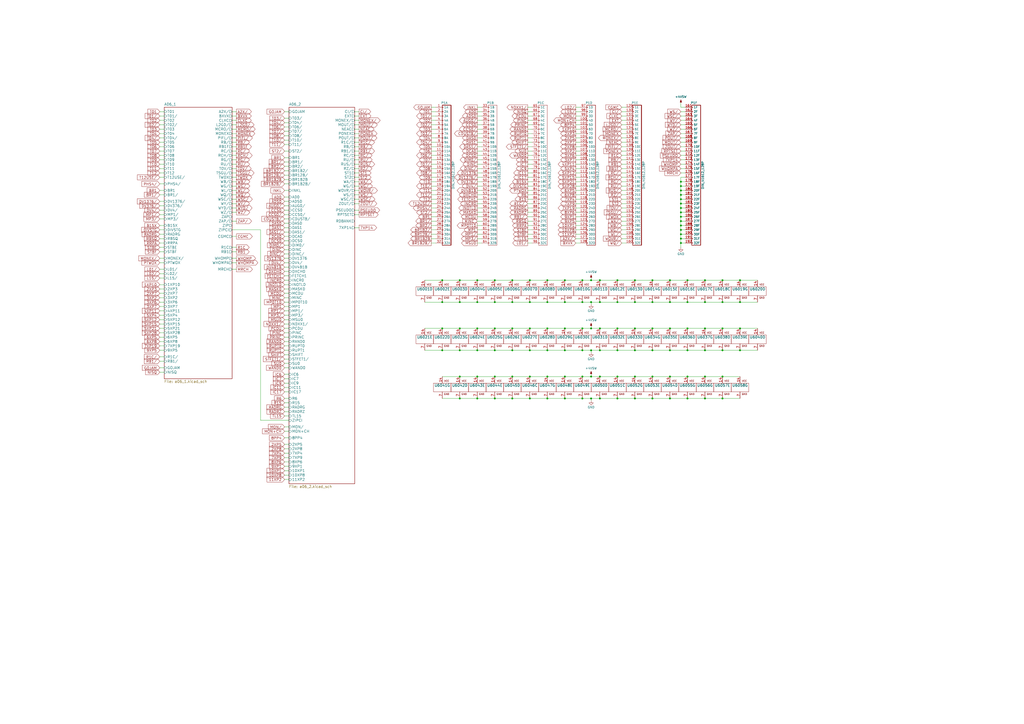
<source format=kicad_sch>
(kicad_sch (version 20211123) (generator eeschema)
  (paper "A2")
  (junction (at 419.1 175.26))
  (junction (at 358.14 218.44))
  (junction (at 394.97 123.19))
  (junction (at 419.1 162.56))
  (junction (at 394.97 105.41))
  (junction (at 342.9 218.44))
  (junction (at 297.18 218.44))
  (junction (at 394.97 125.73))
  (junction (at 419.1 231.14))
  (junction (at 419.1 190.5))
  (junction (at 388.62 203.2))
  (junction (at 297.18 162.56))
  (junction (at 398.78 231.14))
  (junction (at 429.26 175.26))
  (junction (at 317.5 190.5))
  (junction (at 266.7 175.26))
  (junction (at 327.66 162.56))
  (junction (at 408.94 190.5))
  (junction (at 378.46 203.2))
  (junction (at 266.7 190.5))
  (junction (at 317.5 175.26))
  (junction (at 256.54 162.56))
  (junction (at 368.3 218.44))
  (junction (at 388.62 218.44))
  (junction (at 307.34 190.5))
  (junction (at 297.18 190.5))
  (junction (at 398.78 203.2))
  (junction (at 276.86 203.2))
  (junction (at 276.86 190.5))
  (junction (at 394.97 113.03))
  (junction (at 394.97 107.95))
  (junction (at 266.7 203.2))
  (junction (at 287.02 175.26))
  (junction (at 266.7 231.14))
  (junction (at 394.97 110.49))
  (junction (at 419.1 203.2))
  (junction (at 358.14 203.2))
  (junction (at 256.54 190.5))
  (junction (at 276.86 218.44))
  (junction (at 307.34 175.26))
  (junction (at 388.62 175.26))
  (junction (at 307.34 218.44))
  (junction (at 394.97 128.27))
  (junction (at 398.78 190.5))
  (junction (at 317.5 218.44))
  (junction (at 327.66 203.2))
  (junction (at 368.3 175.26))
  (junction (at 394.97 133.35))
  (junction (at 347.98 162.56))
  (junction (at 347.98 203.2))
  (junction (at 297.18 203.2))
  (junction (at 287.02 162.56))
  (junction (at 337.82 231.14))
  (junction (at 342.9 231.14))
  (junction (at 276.86 231.14))
  (junction (at 358.14 190.5))
  (junction (at 327.66 190.5))
  (junction (at 378.46 190.5))
  (junction (at 287.02 203.2))
  (junction (at 394.97 118.11))
  (junction (at 307.34 231.14))
  (junction (at 256.54 203.2))
  (junction (at 337.82 162.56))
  (junction (at 342.9 190.5))
  (junction (at 358.14 231.14))
  (junction (at 317.5 231.14))
  (junction (at 408.94 162.56))
  (junction (at 368.3 162.56))
  (junction (at 337.82 190.5))
  (junction (at 347.98 190.5))
  (junction (at 394.97 138.43))
  (junction (at 408.94 203.2))
  (junction (at 358.14 162.56))
  (junction (at 287.02 218.44))
  (junction (at 342.9 175.26))
  (junction (at 307.34 203.2))
  (junction (at 378.46 175.26))
  (junction (at 398.78 175.26))
  (junction (at 337.82 203.2))
  (junction (at 419.1 218.44))
  (junction (at 408.94 218.44))
  (junction (at 388.62 162.56))
  (junction (at 337.82 218.44))
  (junction (at 394.97 135.89))
  (junction (at 368.3 190.5))
  (junction (at 408.94 175.26))
  (junction (at 297.18 175.26))
  (junction (at 429.26 190.5))
  (junction (at 347.98 231.14))
  (junction (at 342.9 162.56))
  (junction (at 378.46 218.44))
  (junction (at 388.62 190.5))
  (junction (at 388.62 231.14))
  (junction (at 358.14 175.26))
  (junction (at 394.97 140.97))
  (junction (at 347.98 218.44))
  (junction (at 266.7 162.56))
  (junction (at 398.78 218.44))
  (junction (at 276.86 162.56))
  (junction (at 256.54 175.26))
  (junction (at 347.98 175.26))
  (junction (at 342.9 203.2))
  (junction (at 327.66 231.14))
  (junction (at 297.18 231.14))
  (junction (at 317.5 203.2))
  (junction (at 429.26 203.2))
  (junction (at 327.66 175.26))
  (junction (at 307.34 162.56))
  (junction (at 287.02 190.5))
  (junction (at 394.97 120.65))
  (junction (at 429.26 162.56))
  (junction (at 408.94 231.14))
  (junction (at 337.82 175.26))
  (junction (at 398.78 162.56))
  (junction (at 368.3 203.2))
  (junction (at 287.02 231.14))
  (junction (at 317.5 162.56))
  (junction (at 327.66 218.44))
  (junction (at 368.3 231.14))
  (junction (at 266.7 218.44))
  (junction (at 276.86 175.26))
  (junction (at 394.97 130.81))
  (junction (at 378.46 231.14))
  (junction (at 378.46 162.56))
  (junction (at 394.97 115.57))
  (wire (pts (xy 276.86 77.47) (xy 279.4 77.47)))
  (wire (pts (xy 165.1 190.5) (xy 167.64 190.5)))
  (wire (pts (xy 334.01 115.57) (xy 336.55 115.57)))
  (wire (pts (xy 250.19 138.43) (xy 252.73 138.43)))
  (wire (pts (xy 394.97 138.43) (xy 397.51 138.43)))
  (wire (pts (xy 394.97 125.73) (xy 394.97 128.27)))
  (wire (pts (xy 165.1 76.2) (xy 167.64 76.2)))
  (wire (pts (xy 250.19 90.17) (xy 252.73 90.17)))
  (wire (pts (xy 360.68 135.89) (xy 363.22 135.89)))
  (wire (pts (xy 250.19 128.27) (xy 252.73 128.27)))
  (wire (pts (xy 165.1 119.38) (xy 167.64 119.38)))
  (wire (pts (xy 165.1 203.2) (xy 167.64 203.2)))
  (wire (pts (xy 337.82 231.14) (xy 327.66 231.14)))
  (wire (pts (xy 307.34 190.5) (xy 317.5 190.5)))
  (wire (pts (xy 388.62 203.2) (xy 378.46 203.2)))
  (wire (pts (xy 398.78 218.44) (xy 408.94 218.44)))
  (wire (pts (xy 276.86 203.2) (xy 266.7 203.2)))
  (wire (pts (xy 165.1 213.36) (xy 167.64 213.36)))
  (wire (pts (xy 165.1 129.54) (xy 167.64 129.54)))
  (wire (pts (xy 250.19 133.35) (xy 252.73 133.35)))
  (wire (pts (xy 276.86 130.81) (xy 279.4 130.81)))
  (wire (pts (xy 276.86 218.44) (xy 287.02 218.44)))
  (wire (pts (xy 246.38 190.5) (xy 256.54 190.5)))
  (wire (pts (xy 360.68 97.79) (xy 363.22 97.79)))
  (wire (pts (xy 342.9 176.53) (xy 342.9 175.26)))
  (wire (pts (xy 408.94 190.5) (xy 419.1 190.5)))
  (wire (pts (xy 306.07 95.25) (xy 308.61 95.25)))
  (wire (pts (xy 165.1 170.18) (xy 167.64 170.18)))
  (wire (pts (xy 208.28 69.85) (xy 205.74 69.85)))
  (wire (pts (xy 394.97 125.73) (xy 397.51 125.73)))
  (wire (pts (xy 137.16 149.86) (xy 134.62 149.86)))
  (wire (pts (xy 368.3 175.26) (xy 358.14 175.26)))
  (wire (pts (xy 347.98 203.2) (xy 342.9 203.2)))
  (wire (pts (xy 92.71 138.43) (xy 95.25 138.43)))
  (wire (pts (xy 165.1 227.33) (xy 167.64 227.33)))
  (wire (pts (xy 378.46 231.14) (xy 368.3 231.14)))
  (wire (pts (xy 368.3 162.56) (xy 378.46 162.56)))
  (wire (pts (xy 306.07 92.71) (xy 308.61 92.71)))
  (wire (pts (xy 165.1 177.8) (xy 167.64 177.8)))
  (wire (pts (xy 306.07 82.55) (xy 308.61 82.55)))
  (wire (pts (xy 306.07 133.35) (xy 308.61 133.35)))
  (wire (pts (xy 92.71 177.8) (xy 95.25 177.8)))
  (wire (pts (xy 360.68 115.57) (xy 363.22 115.57)))
  (wire (pts (xy 306.07 135.89) (xy 308.61 135.89)))
  (wire (pts (xy 266.7 218.44) (xy 276.86 218.44)))
  (wire (pts (xy 337.82 203.2) (xy 327.66 203.2)))
  (wire (pts (xy 250.19 110.49) (xy 252.73 110.49)))
  (wire (pts (xy 388.62 190.5) (xy 398.78 190.5)))
  (wire (pts (xy 342.9 189.23) (xy 342.9 190.5)))
  (wire (pts (xy 439.42 203.2) (xy 429.26 203.2)))
  (wire (pts (xy 394.97 113.03) (xy 394.97 115.57)))
  (wire (pts (xy 165.1 254) (xy 167.64 254)))
  (wire (pts (xy 92.71 161.29) (xy 95.25 161.29)))
  (wire (pts (xy 92.71 193.04) (xy 95.25 193.04)))
  (wire (pts (xy 276.86 105.41) (xy 279.4 105.41)))
  (wire (pts (xy 360.68 74.93) (xy 363.22 74.93)))
  (wire (pts (xy 165.1 175.26) (xy 167.64 175.26)))
  (wire (pts (xy 165.1 114.3) (xy 167.64 114.3)))
  (wire (pts (xy 250.19 115.57) (xy 252.73 115.57)))
  (wire (pts (xy 388.62 218.44) (xy 398.78 218.44)))
  (wire (pts (xy 92.71 127) (xy 95.25 127)))
  (wire (pts (xy 92.71 195.58) (xy 95.25 195.58)))
  (wire (pts (xy 334.01 74.93) (xy 336.55 74.93)))
  (wire (pts (xy 165.1 257.81) (xy 167.64 257.81)))
  (wire (pts (xy 250.19 135.89) (xy 252.73 135.89)))
  (wire (pts (xy 408.94 218.44) (xy 419.1 218.44)))
  (wire (pts (xy 307.34 203.2) (xy 297.18 203.2)))
  (wire (pts (xy 165.1 73.66) (xy 167.64 73.66)))
  (wire (pts (xy 250.19 100.33) (xy 252.73 100.33)))
  (wire (pts (xy 137.16 97.79) (xy 134.62 97.79)))
  (wire (pts (xy 276.86 115.57) (xy 279.4 115.57)))
  (wire (pts (xy 360.68 107.95) (xy 363.22 107.95)))
  (wire (pts (xy 347.98 162.56) (xy 358.14 162.56)))
  (wire (pts (xy 276.86 72.39) (xy 279.4 72.39)))
  (wire (pts (xy 378.46 190.5) (xy 388.62 190.5)))
  (wire (pts (xy 317.5 175.26) (xy 307.34 175.26)))
  (wire (pts (xy 165.1 208.28) (xy 167.64 208.28)))
  (wire (pts (xy 398.78 162.56) (xy 408.94 162.56)))
  (wire (pts (xy 92.71 90.17) (xy 95.25 90.17)))
  (wire (pts (xy 276.86 138.43) (xy 279.4 138.43)))
  (wire (pts (xy 276.86 135.89) (xy 279.4 135.89)))
  (wire (pts (xy 306.07 102.87) (xy 308.61 102.87)))
  (wire (pts (xy 165.1 219.71) (xy 167.64 219.71)))
  (wire (pts (xy 306.07 97.79) (xy 308.61 97.79)))
  (wire (pts (xy 250.19 87.63) (xy 252.73 87.63)))
  (wire (pts (xy 208.28 107.95) (xy 205.74 107.95)))
  (wire (pts (xy 250.19 102.87) (xy 252.73 102.87)))
  (wire (pts (xy 276.86 90.17) (xy 279.4 90.17)))
  (wire (pts (xy 334.01 87.63) (xy 336.55 87.63)))
  (wire (pts (xy 334.01 62.23) (xy 336.55 62.23)))
  (wire (pts (xy 347.98 231.14) (xy 342.9 231.14)))
  (wire (pts (xy 92.71 74.93) (xy 95.25 74.93)))
  (wire (pts (xy 165.1 241.3) (xy 167.64 241.3)))
  (wire (pts (xy 306.07 140.97) (xy 308.61 140.97)))
  (wire (pts (xy 394.97 130.81) (xy 394.97 133.35)))
  (wire (pts (xy 165.1 93.98) (xy 167.64 93.98)))
  (wire (pts (xy 137.16 118.11) (xy 134.62 118.11)))
  (wire (pts (xy 250.19 69.85) (xy 252.73 69.85)))
  (wire (pts (xy 394.97 128.27) (xy 394.97 130.81)))
  (wire (pts (xy 394.97 90.17) (xy 397.51 90.17)))
  (wire (pts (xy 276.86 69.85) (xy 279.4 69.85)))
  (wire (pts (xy 276.86 140.97) (xy 279.4 140.97)))
  (wire (pts (xy 276.86 133.35) (xy 279.4 133.35)))
  (wire (pts (xy 394.97 80.01) (xy 397.51 80.01)))
  (wire (pts (xy 394.97 140.97) (xy 397.51 140.97)))
  (wire (pts (xy 408.94 231.14) (xy 398.78 231.14)))
  (wire (pts (xy 208.28 124.46) (xy 205.74 124.46)))
  (wire (pts (xy 92.71 77.47) (xy 95.25 77.47)))
  (wire (pts (xy 250.19 74.93) (xy 252.73 74.93)))
  (wire (pts (xy 208.28 132.08) (xy 205.74 132.08)))
  (wire (pts (xy 208.28 113.03) (xy 205.74 113.03)))
  (wire (pts (xy 92.71 149.86) (xy 95.25 149.86)))
  (wire (pts (xy 250.19 140.97) (xy 252.73 140.97)))
  (wire (pts (xy 137.16 69.85) (xy 134.62 69.85)))
  (wire (pts (xy 317.5 203.2) (xy 307.34 203.2)))
  (wire (pts (xy 92.71 124.46) (xy 95.25 124.46)))
  (wire (pts (xy 165.1 185.42) (xy 167.64 185.42)))
  (wire (pts (xy 165.1 152.4) (xy 167.64 152.4)))
  (wire (pts (xy 208.28 118.11) (xy 205.74 118.11)))
  (wire (pts (xy 137.16 72.39) (xy 134.62 72.39)))
  (wire (pts (xy 92.71 207.01) (xy 95.25 207.01)))
  (wire (pts (xy 419.1 190.5) (xy 429.26 190.5)))
  (wire (pts (xy 208.28 67.31) (xy 205.74 67.31)))
  (wire (pts (xy 394.97 105.41) (xy 394.97 107.95)))
  (wire (pts (xy 137.16 146.05) (xy 134.62 146.05)))
  (wire (pts (xy 137.16 100.33) (xy 134.62 100.33)))
  (wire (pts (xy 256.54 203.2) (xy 246.38 203.2)))
  (wire (pts (xy 92.71 209.55) (xy 95.25 209.55)))
  (wire (pts (xy 297.18 231.14) (xy 287.02 231.14)))
  (wire (pts (xy 266.7 231.14) (xy 256.54 231.14)))
  (wire (pts (xy 360.68 92.71) (xy 363.22 92.71)))
  (wire (pts (xy 306.07 118.11) (xy 308.61 118.11)))
  (wire (pts (xy 250.19 77.47) (xy 252.73 77.47)))
  (wire (pts (xy 429.26 162.56) (xy 439.42 162.56)))
  (wire (pts (xy 394.97 107.95) (xy 397.51 107.95)))
  (wire (pts (xy 334.01 97.79) (xy 336.55 97.79)))
  (wire (pts (xy 358.14 231.14) (xy 347.98 231.14)))
  (wire (pts (xy 276.86 123.19) (xy 279.4 123.19)))
  (wire (pts (xy 306.07 115.57) (xy 308.61 115.57)))
  (wire (pts (xy 208.28 85.09) (xy 205.74 85.09)))
  (wire (pts (xy 287.02 162.56) (xy 297.18 162.56)))
  (wire (pts (xy 317.5 218.44) (xy 327.66 218.44)))
  (wire (pts (xy 137.16 85.09) (xy 134.62 85.09)))
  (wire (pts (xy 92.71 67.31) (xy 95.25 67.31)))
  (wire (pts (xy 327.66 231.14) (xy 317.5 231.14)))
  (wire (pts (xy 347.98 190.5) (xy 358.14 190.5)))
  (wire (pts (xy 306.07 110.49) (xy 308.61 110.49)))
  (wire (pts (xy 137.16 120.65) (xy 134.62 120.65)))
  (wire (pts (xy 92.71 106.68) (xy 95.25 106.68)))
  (wire (pts (xy 208.28 105.41) (xy 205.74 105.41)))
  (wire (pts (xy 394.97 110.49) (xy 394.97 113.03)))
  (wire (pts (xy 394.97 120.65) (xy 397.51 120.65)))
  (wire (pts (xy 306.07 113.03) (xy 308.61 113.03)))
  (wire (pts (xy 342.9 175.26) (xy 337.82 175.26)))
  (wire (pts (xy 165.1 265.43) (xy 167.64 265.43)))
  (wire (pts (xy 92.71 113.03) (xy 95.25 113.03)))
  (wire (pts (xy 306.07 138.43) (xy 308.61 138.43)))
  (wire (pts (xy 358.14 190.5) (xy 368.3 190.5)))
  (wire (pts (xy 137.16 87.63) (xy 134.62 87.63)))
  (wire (pts (xy 360.68 82.55) (xy 363.22 82.55)))
  (wire (pts (xy 394.97 115.57) (xy 397.51 115.57)))
  (wire (pts (xy 276.86 67.31) (xy 279.4 67.31)))
  (wire (pts (xy 208.28 100.33) (xy 205.74 100.33)))
  (wire (pts (xy 394.97 118.11) (xy 397.51 118.11)))
  (wire (pts (xy 266.7 162.56) (xy 276.86 162.56)))
  (wire (pts (xy 378.46 218.44) (xy 388.62 218.44)))
  (wire (pts (xy 334.01 102.87) (xy 336.55 102.87)))
  (wire (pts (xy 337.82 190.5) (xy 342.9 190.5)))
  (wire (pts (xy 250.19 82.55) (xy 252.73 82.55)))
  (wire (pts (xy 276.86 80.01) (xy 279.4 80.01)))
  (wire (pts (xy 394.97 130.81) (xy 397.51 130.81)))
  (wire (pts (xy 394.97 100.33) (xy 397.51 100.33)))
  (wire (pts (xy 394.97 102.87) (xy 397.51 102.87)))
  (wire (pts (xy 334.01 92.71) (xy 336.55 92.71)))
  (wire (pts (xy 165.1 116.84) (xy 167.64 116.84)))
  (wire (pts (xy 165.1 236.22) (xy 167.64 236.22)))
  (wire (pts (xy 250.19 120.65) (xy 252.73 120.65)))
  (wire (pts (xy 208.28 115.57) (xy 205.74 115.57)))
  (wire (pts (xy 165.1 147.32) (xy 167.64 147.32)))
  (wire (pts (xy 394.97 59.69) (xy 394.97 62.23)))
  (wire (pts (xy 165.1 132.08) (xy 167.64 132.08)))
  (wire (pts (xy 276.86 110.49) (xy 279.4 110.49)))
  (wire (pts (xy 276.86 118.11) (xy 279.4 118.11)))
  (wire (pts (xy 276.86 175.26) (xy 266.7 175.26)))
  (wire (pts (xy 394.97 113.03) (xy 397.51 113.03)))
  (wire (pts (xy 137.16 137.16) (xy 134.62 137.16)))
  (wire (pts (xy 297.18 203.2) (xy 287.02 203.2)))
  (wire (pts (xy 165.1 157.48) (xy 167.64 157.48)))
  (wire (pts (xy 360.68 140.97) (xy 363.22 140.97)))
  (wire (pts (xy 327.66 162.56) (xy 337.82 162.56)))
  (wire (pts (xy 137.16 64.77) (xy 134.62 64.77)))
  (wire (pts (xy 360.68 100.33) (xy 363.22 100.33)))
  (wire (pts (xy 165.1 137.16) (xy 167.64 137.16)))
  (wire (pts (xy 165.1 172.72) (xy 167.64 172.72)))
  (wire (pts (xy 165.1 273.05) (xy 167.64 273.05)))
  (wire (pts (xy 394.97 135.89) (xy 397.51 135.89)))
  (wire (pts (xy 360.68 85.09) (xy 363.22 85.09)))
  (wire (pts (xy 137.16 113.03) (xy 134.62 113.03)))
  (wire (pts (xy 165.1 139.7) (xy 167.64 139.7)))
  (wire (pts (xy 327.66 218.44) (xy 337.82 218.44)))
  (wire (pts (xy 394.97 107.95) (xy 394.97 110.49)))
  (wire (pts (xy 334.01 67.31) (xy 336.55 67.31)))
  (wire (pts (xy 92.71 213.36) (xy 95.25 213.36)))
  (wire (pts (xy 337.82 218.44) (xy 342.9 218.44)))
  (wire (pts (xy 394.97 82.55) (xy 397.51 82.55)))
  (wire (pts (xy 334.01 133.35) (xy 336.55 133.35)))
  (wire (pts (xy 342.9 231.14) (xy 337.82 231.14)))
  (wire (pts (xy 360.68 138.43) (xy 363.22 138.43)))
  (wire (pts (xy 334.01 85.09) (xy 336.55 85.09)))
  (wire (pts (xy 250.19 85.09) (xy 252.73 85.09)))
  (wire (pts (xy 276.86 113.03) (xy 279.4 113.03)))
  (wire (pts (xy 250.19 123.19) (xy 252.73 123.19)))
  (wire (pts (xy 306.07 67.31) (xy 308.61 67.31)))
  (wire (pts (xy 256.54 190.5) (xy 266.7 190.5)))
  (wire (pts (xy 360.68 105.41) (xy 363.22 105.41)))
  (wire (pts (xy 337.82 162.56) (xy 342.9 162.56)))
  (wire (pts (xy 92.71 198.12) (xy 95.25 198.12)))
  (wire (pts (xy 250.19 97.79) (xy 252.73 97.79)))
  (wire (pts (xy 208.28 97.79) (xy 205.74 97.79)))
  (wire (pts (xy 334.01 113.03) (xy 336.55 113.03)))
  (wire (pts (xy 398.78 175.26) (xy 388.62 175.26)))
  (wire (pts (xy 165.1 200.66) (xy 167.64 200.66)))
  (wire (pts (xy 394.97 120.65) (xy 394.97 123.19)))
  (wire (pts (xy 394.97 77.47) (xy 397.51 77.47)))
  (wire (pts (xy 276.86 82.55) (xy 279.4 82.55)))
  (wire (pts (xy 165.1 127) (xy 167.64 127)))
  (wire (pts (xy 306.07 128.27) (xy 308.61 128.27)))
  (wire (pts (xy 327.66 203.2) (xy 317.5 203.2)))
  (wire (pts (xy 334.01 80.01) (xy 336.55 80.01)))
  (wire (pts (xy 165.1 144.78) (xy 167.64 144.78)))
  (wire (pts (xy 342.9 162.56) (xy 347.98 162.56)))
  (wire (pts (xy 165.1 154.94) (xy 167.64 154.94)))
  (wire (pts (xy 165.1 165.1) (xy 167.64 165.1)))
  (wire (pts (xy 342.9 161.29) (xy 342.9 162.56)))
  (wire (pts (xy 378.46 162.56) (xy 388.62 162.56)))
  (wire (pts (xy 276.86 100.33) (xy 279.4 100.33)))
  (wire (pts (xy 394.97 110.49) (xy 397.51 110.49)))
  (wire (pts (xy 398.78 203.2) (xy 388.62 203.2)))
  (wire (pts (xy 165.1 193.04) (xy 167.64 193.04)))
  (wire (pts (xy 276.86 74.93) (xy 279.4 74.93)))
  (wire (pts (xy 92.71 133.35) (xy 95.25 133.35)))
  (wire (pts (xy 165.1 275.59) (xy 167.64 275.59)))
  (wire (pts (xy 334.01 72.39) (xy 336.55 72.39)))
  (wire (pts (xy 378.46 175.26) (xy 368.3 175.26)))
  (wire (pts (xy 419.1 162.56) (xy 429.26 162.56)))
  (wire (pts (xy 92.71 116.84) (xy 95.25 116.84)))
  (wire (pts (xy 276.86 85.09) (xy 279.4 85.09)))
  (wire (pts (xy 92.71 182.88) (xy 95.25 182.88)))
  (wire (pts (xy 276.86 231.14) (xy 266.7 231.14)))
  (wire (pts (xy 165.1 222.25) (xy 167.64 222.25)))
  (wire (pts (xy 307.34 231.14) (xy 297.18 231.14)))
  (wire (pts (xy 287.02 190.5) (xy 297.18 190.5)))
  (wire (pts (xy 307.34 175.26) (xy 297.18 175.26)))
  (wire (pts (xy 337.82 175.26) (xy 327.66 175.26)))
  (wire (pts (xy 276.86 120.65) (xy 279.4 120.65)))
  (wire (pts (xy 165.1 101.6) (xy 167.64 101.6)))
  (wire (pts (xy 334.01 140.97) (xy 336.55 140.97)))
  (wire (pts (xy 208.28 95.25) (xy 205.74 95.25)))
  (wire (pts (xy 394.97 123.19) (xy 397.51 123.19)))
  (wire (pts (xy 297.18 190.5) (xy 307.34 190.5)))
  (wire (pts (xy 165.1 64.77) (xy 167.64 64.77)))
  (wire (pts (xy 388.62 162.56) (xy 398.78 162.56)))
  (wire (pts (xy 250.19 80.01) (xy 252.73 80.01)))
  (wire (pts (xy 208.28 92.71) (xy 205.74 92.71)))
  (wire (pts (xy 92.71 200.66) (xy 95.25 200.66)))
  (wire (pts (xy 266.7 175.26) (xy 256.54 175.26)))
  (wire (pts (xy 398.78 231.14) (xy 388.62 231.14)))
  (wire (pts (xy 306.07 64.77) (xy 308.61 64.77)))
  (wire (pts (xy 394.97 95.25) (xy 397.51 95.25)))
  (wire (pts (xy 266.7 190.5) (xy 276.86 190.5)))
  (wire (pts (xy 165.1 217.17) (xy 167.64 217.17)))
  (wire (pts (xy 250.19 67.31) (xy 252.73 67.31)))
  (wire (pts (xy 250.19 64.77) (xy 252.73 64.77)))
  (wire (pts (xy 165.1 124.46) (xy 167.64 124.46)))
  (wire (pts (xy 208.28 90.17) (xy 205.74 90.17)))
  (wire (pts (xy 306.07 80.01) (xy 308.61 80.01)))
  (wire (pts (xy 165.1 91.44) (xy 167.64 91.44)))
  (wire (pts (xy 137.16 74.93) (xy 134.62 74.93)))
  (wire (pts (xy 334.01 64.77) (xy 336.55 64.77)))
  (wire (pts (xy 347.98 175.26) (xy 342.9 175.26)))
  (wire (pts (xy 334.01 120.65) (xy 336.55 120.65)))
  (wire (pts (xy 92.71 172.72) (xy 95.25 172.72)))
  (wire (pts (xy 439.42 175.26) (xy 429.26 175.26)))
  (wire (pts (xy 408.94 203.2) (xy 398.78 203.2)))
  (wire (pts (xy 137.16 92.71) (xy 134.62 92.71)))
  (wire (pts (xy 394.97 140.97) (xy 394.97 143.51)))
  (wire (pts (xy 92.71 180.34) (xy 95.25 180.34)))
  (wire (pts (xy 368.3 203.2) (xy 358.14 203.2)))
  (wire (pts (xy 388.62 175.26) (xy 378.46 175.26)))
  (wire (pts (xy 306.07 69.85) (xy 308.61 69.85)))
  (wire (pts (xy 360.68 87.63) (xy 363.22 87.63)))
  (wire (pts (xy 250.19 125.73) (xy 252.73 125.73)))
  (wire (pts (xy 137.16 152.4) (xy 134.62 152.4)))
  (wire (pts (xy 360.68 128.27) (xy 363.22 128.27)))
  (wire (pts (xy 165.1 198.12) (xy 167.64 198.12)))
  (wire (pts (xy 208.28 72.39) (xy 205.74 72.39)))
  (wire (pts (xy 165.1 195.58) (xy 167.64 195.58)))
  (wire (pts (xy 334.01 130.81) (xy 336.55 130.81)))
  (wire (pts (xy 165.1 167.64) (xy 167.64 167.64)))
  (wire (pts (xy 334.01 69.85) (xy 336.55 69.85)))
  (wire (pts (xy 276.86 162.56) (xy 287.02 162.56)))
  (wire (pts (xy 408.94 175.26) (xy 398.78 175.26)))
  (wire (pts (xy 317.5 162.56) (xy 327.66 162.56)))
  (wire (pts (xy 394.97 133.35) (xy 397.51 133.35)))
  (wire (pts (xy 165.1 267.97) (xy 167.64 267.97)))
  (wire (pts (xy 429.26 231.14) (xy 419.1 231.14)))
  (wire (pts (xy 334.01 82.55) (xy 336.55 82.55)))
  (wire (pts (xy 165.1 142.24) (xy 167.64 142.24)))
  (wire (pts (xy 394.97 97.79) (xy 397.51 97.79)))
  (wire (pts (xy 276.86 64.77) (xy 279.4 64.77)))
  (wire (pts (xy 307.34 162.56) (xy 317.5 162.56)))
  (wire (pts (xy 334.01 128.27) (xy 336.55 128.27)))
  (wire (pts (xy 306.07 130.81) (xy 308.61 130.81)))
  (wire (pts (xy 92.71 130.81) (xy 95.25 130.81)))
  (wire (pts (xy 306.07 125.73) (xy 308.61 125.73)))
  (wire (pts (xy 137.16 90.17) (xy 134.62 90.17)))
  (wire (pts (xy 250.19 130.81) (xy 252.73 130.81)))
  (wire (pts (xy 360.68 118.11) (xy 363.22 118.11)))
  (wire (pts (xy 287.02 175.26) (xy 276.86 175.26)))
  (wire (pts (xy 208.28 74.93) (xy 205.74 74.93)))
  (wire (pts (xy 360.68 123.19) (xy 363.22 123.19)))
  (wire (pts (xy 92.71 146.05) (xy 95.25 146.05)))
  (wire (pts (xy 334.01 135.89) (xy 336.55 135.89)))
  (wire (pts (xy 408.94 162.56) (xy 419.1 162.56)))
  (wire (pts (xy 165.1 262.89) (xy 167.64 262.89)))
  (wire (pts (xy 256.54 162.56) (xy 266.7 162.56)))
  (wire (pts (xy 297.18 218.44) (xy 307.34 218.44)))
  (wire (pts (xy 342.9 190.5) (xy 347.98 190.5)))
  (wire (pts (xy 394.97 135.89) (xy 394.97 138.43)))
  (wire (pts (xy 394.97 64.77) (xy 397.51 64.77)))
  (wire (pts (xy 92.71 185.42) (xy 95.25 185.42)))
  (wire (pts (xy 394.97 102.87) (xy 394.97 105.41)))
  (wire (pts (xy 347.98 218.44) (xy 358.14 218.44)))
  (wire (pts (xy 208.28 121.92) (xy 205.74 121.92)))
  (wire (pts (xy 317.5 231.14) (xy 307.34 231.14)))
  (wire (pts (xy 306.07 87.63) (xy 308.61 87.63)))
  (wire (pts (xy 334.01 110.49) (xy 336.55 110.49)))
  (wire (pts (xy 134.62 133.35) (xy 151.13 133.35)))
  (wire (pts (xy 306.07 105.41) (xy 308.61 105.41)))
  (wire (pts (xy 92.71 102.87) (xy 95.25 102.87)))
  (wire (pts (xy 92.71 156.21) (xy 95.25 156.21)))
  (wire (pts (xy 165.1 134.62) (xy 167.64 134.62)))
  (wire (pts (xy 342.9 204.47) (xy 342.9 203.2)))
  (wire (pts (xy 360.68 80.01) (xy 363.22 80.01)))
  (wire (pts (xy 137.16 110.49) (xy 134.62 110.49)))
  (wire (pts (xy 165.1 87.63) (xy 167.64 87.63)))
  (wire (pts (xy 165.1 182.88) (xy 167.64 182.88)))
  (wire (pts (xy 276.86 62.23) (xy 279.4 62.23)))
  (wire (pts (xy 276.86 97.79) (xy 279.4 97.79)))
  (wire (pts (xy 360.68 102.87) (xy 363.22 102.87)))
  (wire (pts (xy 92.71 97.79) (xy 95.25 97.79)))
  (wire (pts (xy 394.97 115.57) (xy 394.97 118.11)))
  (wire (pts (xy 360.68 133.35) (xy 363.22 133.35)))
  (wire (pts (xy 266.7 203.2) (xy 256.54 203.2)))
  (wire (pts (xy 276.86 92.71) (xy 279.4 92.71)))
  (wire (pts (xy 165.1 187.96) (xy 167.64 187.96)))
  (wire (pts (xy 92.71 82.55) (xy 95.25 82.55)))
  (wire (pts (xy 92.71 203.2) (xy 95.25 203.2)))
  (wire (pts (xy 165.1 110.49) (xy 167.64 110.49)))
  (wire (pts (xy 137.16 105.41) (xy 134.62 105.41)))
  (wire (pts (xy 276.86 190.5) (xy 287.02 190.5)))
  (wire (pts (xy 360.68 62.23) (xy 363.22 62.23)))
  (wire (pts (xy 334.01 107.95) (xy 336.55 107.95)))
  (wire (pts (xy 398.78 190.5) (xy 408.94 190.5)))
  (wire (pts (xy 165.1 106.68) (xy 167.64 106.68)))
  (wire (pts (xy 360.68 110.49) (xy 363.22 110.49)))
  (wire (pts (xy 137.16 80.01) (xy 134.62 80.01)))
  (wire (pts (xy 306.07 85.09) (xy 308.61 85.09)))
  (wire (pts (xy 137.16 67.31) (xy 134.62 67.31)))
  (wire (pts (xy 92.71 80.01) (xy 95.25 80.01)))
  (wire (pts (xy 306.07 100.33) (xy 308.61 100.33)))
  (wire (pts (xy 342.9 203.2) (xy 337.82 203.2)))
  (wire (pts (xy 342.9 217.17) (xy 342.9 218.44)))
  (wire (pts (xy 165.1 270.51) (xy 167.64 270.51)))
  (wire (pts (xy 358.14 175.26) (xy 347.98 175.26)))
  (wire (pts (xy 250.19 113.03) (xy 252.73 113.03)))
  (wire (pts (xy 360.68 113.03) (xy 363.22 113.03)))
  (wire (pts (xy 137.16 123.19) (xy 134.62 123.19)))
  (wire (pts (xy 327.66 190.5) (xy 337.82 190.5)))
  (wire (pts (xy 250.19 62.23) (xy 252.73 62.23)))
  (wire (pts (xy 360.68 72.39) (xy 363.22 72.39)))
  (wire (pts (xy 165.1 81.28) (xy 167.64 81.28)))
  (wire (pts (xy 394.97 69.85) (xy 397.51 69.85)))
  (wire (pts (xy 360.68 69.85) (xy 363.22 69.85)))
  (wire (pts (xy 394.97 87.63) (xy 397.51 87.63)))
  (wire (pts (xy 429.26 190.5) (xy 439.42 190.5)))
  (wire (pts (xy 429.26 175.26) (xy 419.1 175.26)))
  (wire (pts (xy 276.86 102.87) (xy 279.4 102.87)))
  (wire (pts (xy 317.5 190.5) (xy 327.66 190.5)))
  (wire (pts (xy 92.71 100.33) (xy 95.25 100.33)))
  (wire (pts (xy 394.97 128.27) (xy 397.51 128.27)))
  (wire (pts (xy 208.28 102.87) (xy 205.74 102.87)))
  (wire (pts (xy 137.16 107.95) (xy 134.62 107.95)))
  (wire (pts (xy 358.14 162.56) (xy 368.3 162.56)))
  (wire (pts (xy 394.97 123.19) (xy 394.97 125.73)))
  (wire (pts (xy 208.28 77.47) (xy 205.74 77.47)))
  (wire (pts (xy 165.1 260.35) (xy 167.64 260.35)))
  (wire (pts (xy 306.07 123.19) (xy 308.61 123.19)))
  (wire (pts (xy 92.71 170.18) (xy 95.25 170.18)))
  (wire (pts (xy 368.3 190.5) (xy 378.46 190.5)))
  (wire (pts (xy 165.1 78.74) (xy 167.64 78.74)))
  (wire (pts (xy 250.19 105.41) (xy 252.73 105.41)))
  (wire (pts (xy 429.26 203.2) (xy 419.1 203.2)))
  (wire (pts (xy 334.01 123.19) (xy 336.55 123.19)))
  (wire (pts (xy 297.18 162.56) (xy 307.34 162.56)))
  (wire (pts (xy 287.02 218.44) (xy 297.18 218.44)))
  (wire (pts (xy 137.16 82.55) (xy 134.62 82.55)))
  (wire (pts (xy 306.07 62.23) (xy 308.61 62.23)))
  (wire (pts (xy 165.1 224.79) (xy 167.64 224.79)))
  (wire (pts (xy 137.16 156.21) (xy 134.62 156.21)))
  (wire (pts (xy 360.68 64.77) (xy 363.22 64.77)))
  (wire (pts (xy 92.71 119.38) (xy 95.25 119.38)))
  (wire (pts (xy 276.86 107.95) (xy 279.4 107.95)))
  (wire (pts (xy 360.68 95.25) (xy 363.22 95.25)))
  (wire (pts (xy 334.01 105.41) (xy 336.55 105.41)))
  (wire (pts (xy 208.28 87.63) (xy 205.74 87.63)))
  (wire (pts (xy 92.71 167.64) (xy 95.25 167.64)))
  (wire (pts (xy 92.71 135.89) (xy 95.25 135.89)))
  (wire (pts (xy 165.1 121.92) (xy 167.64 121.92)))
  (wire (pts (xy 334.01 77.47) (xy 336.55 77.47)))
  (wire (pts (xy 388.62 231.14) (xy 378.46 231.14)))
  (wire (pts (xy 394.97 92.71) (xy 397.51 92.71)))
  (wire (pts (xy 306.07 72.39) (xy 308.61 72.39)))
  (wire (pts (xy 137.16 115.57) (xy 134.62 115.57)))
  (wire (pts (xy 368.3 231.14) (xy 358.14 231.14)))
  (wire (pts (xy 334.01 95.25) (xy 336.55 95.25)))
  (wire (pts (xy 276.86 87.63) (xy 279.4 87.63)))
  (wire (pts (xy 92.71 158.75) (xy 95.25 158.75)))
  (wire (pts (xy 360.68 120.65) (xy 363.22 120.65)))
  (wire (pts (xy 92.71 140.97) (xy 95.25 140.97)))
  (wire (pts (xy 306.07 107.95) (xy 308.61 107.95)))
  (wire (pts (xy 165.1 96.52) (xy 167.64 96.52)))
  (wire (pts (xy 165.1 68.58) (xy 167.64 68.58)))
  (wire (pts (xy 306.07 120.65) (xy 308.61 120.65)))
  (wire (pts (xy 307.34 218.44) (xy 317.5 218.44)))
  (wire (pts (xy 250.19 92.71) (xy 252.73 92.71)))
  (wire (pts (xy 165.1 250.19) (xy 167.64 250.19)))
  (wire (pts (xy 334.01 125.73) (xy 336.55 125.73)))
  (wire (pts (xy 208.28 64.77) (xy 205.74 64.77)))
  (wire (pts (xy 419.1 231.14) (xy 408.94 231.14)))
  (wire (pts (xy 92.71 85.09) (xy 95.25 85.09)))
  (wire (pts (xy 334.01 90.17) (xy 336.55 90.17)))
  (wire (pts (xy 137.16 102.87) (xy 134.62 102.87)))
  (wire (pts (xy 342.9 218.44) (xy 347.98 218.44)))
  (wire (pts (xy 137.16 95.25) (xy 134.62 95.25)))
  (wire (pts (xy 358.14 218.44) (xy 368.3 218.44)))
  (wire (pts (xy 394.97 105.41) (xy 397.51 105.41)))
  (wire (pts (xy 276.86 95.25) (xy 279.4 95.25)))
  (wire (pts (xy 250.19 72.39) (xy 252.73 72.39)))
  (wire (pts (xy 92.71 72.39) (xy 95.25 72.39)))
  (wire (pts (xy 394.97 133.35) (xy 394.97 135.89)))
  (wire (pts (xy 276.86 128.27) (xy 279.4 128.27)))
  (wire (pts (xy 165.1 205.74) (xy 167.64 205.74)))
  (wire (pts (xy 334.01 138.43) (xy 336.55 138.43)))
  (wire (pts (xy 368.3 218.44) (xy 378.46 218.44)))
  (wire (pts (xy 165.1 83.82) (xy 167.64 83.82)))
  (wire (pts (xy 276.86 125.73) (xy 279.4 125.73)))
  (wire (pts (xy 165.1 162.56) (xy 167.64 162.56)))
  (wire (pts (xy 394.97 85.09) (xy 397.51 85.09)))
  (wire (pts (xy 92.71 69.85) (xy 95.25 69.85)))
  (wire (pts (xy 165.1 210.82) (xy 167.64 210.82)))
  (wire (pts (xy 92.71 64.77) (xy 95.25 64.77)))
  (wire (pts (xy 394.97 67.31) (xy 397.51 67.31)))
  (wire (pts (xy 327.66 175.26) (xy 317.5 175.26)))
  (wire (pts (xy 92.71 187.96) (xy 95.25 187.96)))
  (wire (pts (xy 92.71 92.71) (xy 95.25 92.71)))
  (wire (pts (xy 334.01 118.11) (xy 336.55 118.11)))
  (wire (pts (xy 306.07 74.93) (xy 308.61 74.93)))
  (wire (pts (xy 394.97 62.23) (xy 397.51 62.23)))
  (wire (pts (xy 360.68 67.31) (xy 363.22 67.31)))
  (wire (pts (xy 419.1 203.2) (xy 408.94 203.2)))
  (wire (pts (xy 208.28 80.01) (xy 205.74 80.01)))
  (wire (pts (xy 306.07 77.47) (xy 308.61 77.47)))
  (wire (pts (xy 92.71 175.26) (xy 95.25 175.26)))
  (wire (pts (xy 92.71 121.92) (xy 95.25 121.92)))
  (wire (pts (xy 360.68 77.47) (xy 363.22 77.47)))
  (wire (pts (xy 165.1 99.06) (xy 167.64 99.06)))
  (wire (pts (xy 256.54 175.26) (xy 246.38 175.26)))
  (wire (pts (xy 250.19 118.11) (xy 252.73 118.11)))
  (wire (pts (xy 92.71 95.25) (xy 95.25 95.25)))
  (wire (pts (xy 165.1 247.65) (xy 167.64 247.65)))
  (wire (pts (xy 306.07 90.17) (xy 308.61 90.17)))
  (wire (pts (xy 92.71 190.5) (xy 95.25 190.5)))
  (wire (pts (xy 165.1 180.34) (xy 167.64 180.34)))
  (wire (pts (xy 256.54 218.44) (xy 266.7 218.44)))
  (wire (pts (xy 137.16 143.51) (xy 134.62 143.51)))
  (wire (pts (xy 246.38 162.56) (xy 256.54 162.56)))
  (wire (pts (xy 334.01 100.33) (xy 336.55 100.33)))
  (wire (pts (xy 151.13 243.84) (xy 167.64 243.84)))
  (wire (pts (xy 92.71 165.1) (xy 95.25 165.1)))
  (wire (pts (xy 165.1 149.86) (xy 167.64 149.86)))
  (wire (pts (xy 165.1 71.12) (xy 167.64 71.12)))
  (wire (pts (xy 137.16 77.47) (xy 134.62 77.47)))
  (wire (pts (xy 92.71 215.9) (xy 95.25 215.9)))
  (wire (pts (xy 208.28 82.55) (xy 205.74 82.55)))
  (wire (pts (xy 419.1 175.26) (xy 408.94 175.26)))
  (wire (pts (xy 250.19 107.95) (xy 252.73 107.95)))
  (wire (pts (xy 394.97 74.93) (xy 397.51 74.93)))
  (wire (pts (xy 287.02 231.14) (xy 276.86 231.14)))
  (wire (pts (xy 419.1 218.44) (xy 429.26 218.44)))
  (wire (pts (xy 165.1 233.68) (xy 167.64 233.68)))
  (wire (pts (xy 394.97 72.39) (xy 397.51 72.39)))
  (wire (pts (xy 92.71 87.63) (xy 95.25 87.63)))
  (wire (pts (xy 137.16 128.27) (xy 134.62 128.27)))
  (wire (pts (xy 165.1 160.02) (xy 167.64 160.02)))
  (wire (pts (xy 287.02 203.2) (xy 276.86 203.2)))
  (wire (pts (xy 92.71 152.4) (xy 95.25 152.4)))
  (wire (pts (xy 165.1 278.13) (xy 167.64 278.13)))
  (wire (pts (xy 342.9 232.41) (xy 342.9 231.14)))
  (wire (pts (xy 151.13 133.35) (xy 151.13 243.84)))
  (wire (pts (xy 92.71 110.49) (xy 95.25 110.49)))
  (wire (pts (xy 165.1 238.76) (xy 167.64 238.76)))
  (wire (pts (xy 360.68 130.81) (xy 363.22 130.81)))
  (wire (pts (xy 394.97 118.11) (xy 394.97 120.65)))
  (wire (pts (xy 358.14 203.2) (xy 347.98 203.2)))
  (wire (pts (xy 297.18 175.26) (xy 287.02 175.26)))
  (wire (pts (xy 250.19 95.25) (xy 252.73 95.25)))
  (wire (pts (xy 208.28 110.49) (xy 205.74 110.49)))
  (wire (pts (xy 360.68 90.17) (xy 363.22 90.17)))
  (wire (pts (xy 360.68 125.73) (xy 363.22 125.73)))
  (wire (pts (xy 165.1 231.14) (xy 167.64 231.14)))
  (wire (pts (xy 394.97 138.43) (xy 394.97 140.97)))
  (wire (pts (xy 165.1 104.14) (xy 167.64 104.14)))
  (wire (pts (xy 92.71 143.51) (xy 95.25 143.51)))
  (wire (pts (xy 378.46 203.2) (xy 368.3 203.2)))
  (global_label "RADRZ" (shape input) (at 165.1 238.76 180) (effects (font (size 1.524 1.524))) (property "Referenzen zwischen Schaltplänen" "${INTERSHEET_REFS}" (effects hide)))
  (global_label "RADRG" (shape input) (at 92.71 135.89 180) (effects (font (size 1.524 1.524))) (property "Referenzen zwischen Schaltplänen" "${INTERSHEET_REFS}" (effects hide)))
  (global_label "10XP1" (shape input) (at 165.1 273.05 180) (effects (font (size 1.524 1.524))) (property "Referenzen zwischen Schaltplänen" "${INTERSHEET_REFS}" (effects hide)))
  (global_label "IC11" (shape input) (at 165.1 224.79 180) (effects (font (size 1.524 1.524))) (property "Referenzen zwischen Schaltplänen" "${INTERSHEET_REFS}" (effects hide)))
  (global_label "3XP7" (shape input) (at 92.71 177.8 180) (effects (font (size 1.524 1.524))) (property "Referenzen zwischen Schaltplänen" "${INTERSHEET_REFS}" (effects hide)))
  (global_label "MP0T10" (shape output) (at 276.86 130.81 180) (effects (font (size 1.524 1.524))) (property "Referenzen zwischen Schaltplänen" "${INTERSHEET_REFS}" (effects hide)))
  (global_label "RB1/" (shape bidirectional) (at 306.07 125.73 180) (effects (font (size 1.524 1.524))) (property "Referenzen zwischen Schaltplänen" "${INTERSHEET_REFS}" (effects hide)))
  (global_label "BR1/" (shape input) (at 165.1 93.98 180) (effects (font (size 1.524 1.524))) (property "Referenzen zwischen Schaltplänen" "${INTERSHEET_REFS}" (effects hide)))
  (global_label "T02" (shape input) (at 92.71 69.85 180) (effects (font (size 1.524 1.524))) (property "Referenzen zwischen Schaltplänen" "${INTERSHEET_REFS}" (effects hide)))
  (global_label "7XP9" (shape output) (at 334.01 118.11 180) (effects (font (size 1.524 1.524))) (property "Referenzen zwischen Schaltplänen" "${INTERSHEET_REFS}" (effects hide)))
  (global_label "6XP8" (shape output) (at 334.01 113.03 180) (effects (font (size 1.524 1.524))) (property "Referenzen zwischen Schaltplänen" "${INTERSHEET_REFS}" (effects hide)))
  (global_label "WOVR/" (shape output) (at 208.28 110.49 0) (effects (font (size 1.524 1.524))) (property "Referenzen zwischen Schaltplänen" "${INTERSHEET_REFS}" (effects hide)))
  (global_label "2XP5" (shape output) (at 334.01 80.01 180) (effects (font (size 1.524 1.524))) (property "Referenzen zwischen Schaltplänen" "${INTERSHEET_REFS}" (effects hide)))
  (global_label "TWOX" (shape input) (at 360.68 125.73 180) (effects (font (size 1.524 1.524))) (property "Referenzen zwischen Schaltplänen" "${INTERSHEET_REFS}" (effects hide)))
  (global_label "PSEUDO" (shape input) (at 394.97 90.17 180) (effects (font (size 1.524 1.524))) (property "Referenzen zwischen Schaltplänen" "${INTERSHEET_REFS}" (effects hide)))
  (global_label "T08/" (shape input) (at 165.1 78.74 180) (effects (font (size 1.524 1.524))) (property "Referenzen zwischen Schaltplänen" "${INTERSHEET_REFS}" (effects hide)))
  (global_label "WYD/" (shape input) (at 394.97 72.39 180) (effects (font (size 1.524 1.524))) (property "Referenzen zwischen Schaltplänen" "${INTERSHEET_REFS}" (effects hide)))
  (global_label "10XP1" (shape output) (at 334.01 130.81 180) (effects (font (size 1.524 1.524))) (property "Referenzen zwischen Schaltplänen" "${INTERSHEET_REFS}" (effects hide)))
  (global_label "10XP8" (shape output) (at 334.01 133.35 180) (effects (font (size 1.524 1.524))) (property "Referenzen zwischen Schaltplänen" "${INTERSHEET_REFS}" (effects hide)))
  (global_label "NISQ" (shape input) (at 92.71 215.9 180) (effects (font (size 1.524 1.524))) (property "Referenzen zwischen Schaltplänen" "${INTERSHEET_REFS}" (effects hide)))
  (global_label "R15" (shape output) (at 306.07 115.57 180) (effects (font (size 1.524 1.524))) (property "Referenzen zwischen Schaltplänen" "${INTERSHEET_REFS}" (effects hide)))
  (global_label "IC6" (shape input) (at 165.1 217.17 180) (effects (font (size 1.524 1.524))) (property "Referenzen zwischen Schaltplänen" "${INTERSHEET_REFS}" (effects hide)))
  (global_label "RB1/" (shape input) (at 92.71 209.55 180) (effects (font (size 1.524 1.524))) (property "Referenzen zwischen Schaltplänen" "${INTERSHEET_REFS}" (effects hide)))
  (global_label "DINC" (shape output) (at 276.86 95.25 180) (effects (font (size 1.524 1.524))) (property "Referenzen zwischen Schaltplänen" "${INTERSHEET_REFS}" (effects hide)))
  (global_label "GOJAM" (shape input) (at 165.1 64.77 180) (effects (font (size 1.524 1.524))) (property "Referenzen zwischen Schaltplänen" "${INTERSHEET_REFS}" (effects hide)))
  (global_label "DINC" (shape input) (at 165.1 144.78 180) (effects (font (size 1.524 1.524))) (property "Referenzen zwischen Schaltplänen" "${INTERSHEET_REFS}" (effects hide)))
  (global_label "TL15" (shape input) (at 165.1 241.3 180) (effects (font (size 1.524 1.524))) (property "Referenzen zwischen Schaltplänen" "${INTERSHEET_REFS}" (effects hide)))
  (global_label "ZAP/" (shape output) (at 137.16 128.27 0) (effects (font (size 1.524 1.524))) (property "Referenzen zwischen Schaltplänen" "${INTERSHEET_REFS}" (effects hide)))
  (global_label "7XP19" (shape output) (at 334.01 120.65 180) (effects (font (size 1.524 1.524))) (property "Referenzen zwischen Schaltplänen" "${INTERSHEET_REFS}" (effects hide)))
  (global_label "DV4/" (shape input) (at 165.1 152.4 180) (effects (font (size 1.524 1.524))) (property "Referenzen zwischen Schaltplänen" "${INTERSHEET_REFS}" (effects hide)))
  (global_label "RAND0" (shape input) (at 165.1 198.12 180) (effects (font (size 1.524 1.524))) (property "Referenzen zwischen Schaltplänen" "${INTERSHEET_REFS}" (effects hide)))
  (global_label "T04/" (shape input) (at 92.71 80.01 180) (effects (font (size 1.524 1.524))) (property "Referenzen zwischen Schaltplänen" "${INTERSHEET_REFS}" (effects hide)))
  (global_label "TOV/" (shape output) (at 137.16 97.79 0) (effects (font (size 1.524 1.524))) (property "Referenzen zwischen Schaltplänen" "${INTERSHEET_REFS}" (effects hide)))
  (global_label "STFET1/" (shape input) (at 165.1 208.28 180) (effects (font (size 1.524 1.524))) (property "Referenzen zwischen Schaltplänen" "${INTERSHEET_REFS}" (effects hide)))
  (global_label "EXT" (shape input) (at 360.68 69.85 180) (effects (font (size 1.524 1.524))) (property "Referenzen zwischen Schaltplänen" "${INTERSHEET_REFS}" (effects hide)))
  (global_label "INKL" (shape input) (at 165.1 110.49 180) (effects (font (size 1.524 1.524))) (property "Referenzen zwischen Schaltplänen" "${INTERSHEET_REFS}" (effects hide)))
  (global_label "MP1" (shape input) (at 165.1 177.8 180) (effects (font (size 1.524 1.524))) (property "Referenzen zwischen Schaltplänen" "${INTERSHEET_REFS}" (effects hide)))
  (global_label "BR1" (shape output) (at 250.19 125.73 180) (effects (font (size 1.524 1.524))) (property "Referenzen zwischen Schaltplänen" "${INTERSHEET_REFS}" (effects hide)))
  (global_label "9XP5" (shape input) (at 92.71 203.2 180) (effects (font (size 1.524 1.524))) (property "Referenzen zwischen Schaltplänen" "${INTERSHEET_REFS}" (effects hide)))
  (global_label "MASK0" (shape input) (at 165.1 167.64 180) (effects (font (size 1.524 1.524))) (property "Referenzen zwischen Schaltplänen" "${INTERSHEET_REFS}" (effects hide)))
  (global_label "7XP14" (shape output) (at 208.28 132.08 0) (effects (font (size 1.524 1.524))) (property "Referenzen zwischen Schaltplänen" "${INTERSHEET_REFS}" (effects hide)))
  (global_label "MINC" (shape input) (at 276.86 128.27 180) (effects (font (size 1.524 1.524))) (property "Referenzen zwischen Schaltplänen" "${INTERSHEET_REFS}" (effects hide)))
  (global_label "RB1" (shape output) (at 137.16 146.05 0) (effects (font (size 1.524 1.524))) (property "Referenzen zwischen Schaltplänen" "${INTERSHEET_REFS}" (effects hide)))
  (global_label "WB/" (shape output) (at 137.16 105.41 0) (effects (font (size 1.524 1.524))) (property "Referenzen zwischen Schaltplänen" "${INTERSHEET_REFS}" (effects hide)))
  (global_label "EXT" (shape output) (at 208.28 67.31 0) (effects (font (size 1.524 1.524))) (property "Referenzen zwischen Schaltplänen" "${INTERSHEET_REFS}" (effects hide)))
  (global_label "T03/" (shape output) (at 250.19 77.47 180) (effects (font (size 1.524 1.524))) (property "Referenzen zwischen Schaltplänen" "${INTERSHEET_REFS}" (effects hide)))
  (global_label "DINC/" (shape output) (at 276.86 97.79 180) (effects (font (size 1.524 1.524))) (property "Referenzen zwischen Schaltplänen" "${INTERSHEET_REFS}" (effects hide)))
  (global_label "WS/" (shape output) (at 208.28 113.03 0) (effects (font (size 1.524 1.524))) (property "Referenzen zwischen Schaltplänen" "${INTERSHEET_REFS}" (effects hide)))
  (global_label "7XP9" (shape input) (at 165.1 265.43 180) (effects (font (size 1.524 1.524))) (property "Referenzen zwischen Schaltplänen" "${INTERSHEET_REFS}" (effects hide)))
  (global_label "R1C" (shape output) (at 137.16 143.51 0) (effects (font (size 1.524 1.524))) (property "Referenzen zwischen Schaltplänen" "${INTERSHEET_REFS}" (effects hide)))
  (global_label "8PP4" (shape input) (at 165.1 254 180) (effects (font (size 1.524 1.524))) (property "Referenzen zwischen Schaltplänen" "${INTERSHEET_REFS}" (effects hide)))
  (global_label "9XP1" (shape input) (at 165.1 270.51 180) (effects (font (size 1.524 1.524))) (property "Referenzen zwischen Schaltplänen" "${INTERSHEET_REFS}" (effects hide)))
  (global_label "WSC/" (shape output) (at 208.28 115.57 0) (effects (font (size 1.524 1.524))) (property "Referenzen zwischen Schaltplänen" "${INTERSHEET_REFS}" (effects hide)))
  (global_label "T07" (shape input) (at 92.71 87.63 180) (effects (font (size 1.524 1.524))) (property "Referenzen zwischen Schaltplänen" "${INTERSHEET_REFS}" (effects hide)))
  (global_label "WSC/" (shape input) (at 394.97 67.31 180) (effects (font (size 1.524 1.524))) (property "Referenzen zwischen Schaltplänen" "${INTERSHEET_REFS}" (effects hide)))
  (global_label "L01/" (shape output) (at 306.07 140.97 180) (effects (font (size 1.524 1.524))) (property "Referenzen zwischen Schaltplänen" "${INTERSHEET_REFS}" (effects hide)))
  (global_label "BR1B2B/" (shape input) (at 165.1 106.68 180) (effects (font (size 1.524 1.524))) (property "Referenzen zwischen Schaltplänen" "${INTERSHEET_REFS}" (effects hide)))
  (global_label "ZOUT/" (shape input) (at 394.97 85.09 180) (effects (font (size 1.524 1.524))) (property "Referenzen zwischen Schaltplänen" "${INTERSHEET_REFS}" (effects hide)))
  (global_label "2XP3" (shape output) (at 334.01 77.47 180) (effects (font (size 1.524 1.524))) (property "Referenzen zwischen Schaltplänen" "${INTERSHEET_REFS}" (effects hide)))
  (global_label "RB/" (shape input) (at 360.68 92.71 180) (effects (font (size 1.524 1.524))) (property "Referenzen zwischen Schaltplänen" "${INTERSHEET_REFS}" (effects hide)))
  (global_label "CCS0/" (shape input) (at 165.1 124.46 180) (effects (font (size 1.524 1.524))) (property "Referenzen zwischen Schaltplänen" "${INTERSHEET_REFS}" (effects hide)))
  (global_label "6XP8" (shape input) (at 92.71 198.12 180) (effects (font (size 1.524 1.524))) (property "Referenzen zwischen Schaltplänen" "${INTERSHEET_REFS}" (effects hide)))
  (global_label "CI/" (shape input) (at 360.68 64.77 180) (effects (font (size 1.524 1.524))) (property "Referenzen zwischen Schaltplänen" "${INTERSHEET_REFS}" (effects hide)))
  (global_label "5XP12" (shape output) (at 334.01 100.33 180) (effects (font (size 1.524 1.524))) (property "Referenzen zwischen Schaltplänen" "${INTERSHEET_REFS}" (effects hide)))
  (global_label "T02" (shape output) (at 250.19 69.85 180) (effects (font (size 1.524 1.524))) (property "Referenzen zwischen Schaltplänen" "${INTERSHEET_REFS}" (effects hide)))
  (global_label "FETCH1" (shape output) (at 276.86 115.57 180) (effects (font (size 1.524 1.524))) (property "Referenzen zwischen Schaltplänen" "${INTERSHEET_REFS}" (effects hide)))
  (global_label "ST2/" (shape input) (at 165.1 87.63 180) (effects (font (size 1.524 1.524))) (property "Referenzen zwischen Schaltplänen" "${INTERSHEET_REFS}" (effects hide)))
  (global_label "ST2" (shape input) (at 360.68 118.11 180) (effects (font (size 1.524 1.524))) (property "Referenzen zwischen Schaltplänen" "${INTERSHEET_REFS}" (effects hide)))
  (global_label "STFET1/" (shape output) (at 306.07 85.09 180) (effects (font (size 1.524 1.524))) (property "Referenzen zwischen Schaltplänen" "${INTERSHEET_REFS}" (effects hide)))
  (global_label "6XP5" (shape input) (at 92.71 195.58 180) (effects (font (size 1.524 1.524))) (property "Referenzen zwischen Schaltplänen" "${INTERSHEET_REFS}" (effects hide)))
  (global_label "MP1/" (shape input) (at 92.71 124.46 180) (effects (font (size 1.524 1.524))) (property "Referenzen zwischen Schaltplänen" "${INTERSHEET_REFS}" (effects hide)))
  (global_label "RB1F" (shape input) (at 360.68 97.79 180) (effects (font (size 1.524 1.524))) (property "Referenzen zwischen Schaltplänen" "${INTERSHEET_REFS}" (effects hide)))
  (global_label "PIFL/" (shape input) (at 360.68 85.09 180) (effects (font (size 1.524 1.524))) (property "Referenzen zwischen Schaltplänen" "${INTERSHEET_REFS}" (effects hide)))
  (global_label "DCA0" (shape output) (at 276.86 87.63 180) (effects (font (size 1.524 1.524))) (property "Referenzen zwischen Schaltplänen" "${INTERSHEET_REFS}" (effects hide)))
  (global_label "L15/" (shape output) (at 334.01 64.77 180) (effects (font (size 1.524 1.524))) (property "Referenzen zwischen Schaltplänen" "${INTERSHEET_REFS}" (effects hide)))
  (global_label "MP1/" (shape input) (at 165.1 180.34 180) (effects (font (size 1.524 1.524))) (property "Referenzen zwischen Schaltplänen" "${INTERSHEET_REFS}" (effects hide)))
  (global_label "WG/" (shape input) (at 360.68 133.35 180) (effects (font (size 1.524 1.524))) (property "Referenzen zwischen Schaltplänen" "${INTERSHEET_REFS}" (effects hide)))
  (global_label "INOTLD" (shape input) (at 165.1 165.1 180) (effects (font (size 1.524 1.524))) (property "Referenzen zwischen Schaltplänen" "${INTERSHEET_REFS}" (effects hide)))
  (global_label "TSGU/" (shape output) (at 137.16 100.33 0) (effects (font (size 1.524 1.524))) (property "Referenzen zwischen Schaltplänen" "${INTERSHEET_REFS}" (effects hide)))
  (global_label "BR1B2B" (shape output) (at 250.19 138.43 180) (effects (font (size 1.524 1.524))) (property "Referenzen zwischen Schaltplänen" "${INTERSHEET_REFS}" (effects hide)))
  (global_label "PRINC" (shape output) (at 306.07 72.39 180) (effects (font (size 1.524 1.524))) (property "Referenzen zwischen Schaltplänen" "${INTERSHEET_REFS}" (effects hide)))
  (global_label "WY/" (shape input) (at 394.97 69.85 180) (effects (font (size 1.524 1.524))) (property "Referenzen zwischen Schaltplänen" "${INTERSHEET_REFS}" (effects hide)))
  (global_label "DV4/" (shape input) (at 92.71 121.92 180) (effects (font (size 1.524 1.524))) (property "Referenzen zwischen Schaltplänen" "${INTERSHEET_REFS}" (effects hide)))
  (global_label "MSU0" (shape output) (at 276.86 140.97 180) (effects (font (size 1.524 1.524))) (property "Referenzen zwischen Schaltplänen" "${INTERSHEET_REFS}" (effects hide)))
  (global_label "WYD/" (shape output) (at 137.16 120.65 0) (effects (font (size 1.524 1.524))) (property "Referenzen zwischen Schaltplänen" "${INTERSHEET_REFS}" (effects hide)))
  (global_label "RB/" (shape output) (at 137.16 82.55 0) (effects (font (size 1.524 1.524))) (property "Referenzen zwischen Schaltplänen" "${INTERSHEET_REFS}" (effects hide)))
  (global_label "9XP1" (shape output) (at 334.01 125.73 180) (effects (font (size 1.524 1.524))) (property "Referenzen zwischen Schaltplänen" "${INTERSHEET_REFS}" (effects hide)))
  (global_label "T10" (shape output) (at 250.19 105.41 180) (effects (font (size 1.524 1.524))) (property "Referenzen zwischen Schaltplänen" "${INTERSHEET_REFS}" (effects hide)))
  (global_label "MONEX" (shape input) (at 360.68 77.47 180) (effects (font (size 1.524 1.524))) (property "Referenzen zwischen Schaltplänen" "${INTERSHEET_REFS}" (effects hide)))
  (global_label "MOUT/" (shape output) (at 208.28 72.39 0) (effects (font (size 1.524 1.524))) (property "Referenzen zwischen Schaltplänen" "${INTERSHEET_REFS}" (effects hide)))
  (global_label "DCA0" (shape input) (at 165.1 137.16 180) (effects (font (size 1.524 1.524))) (property "Referenzen zwischen Schaltplänen" "${INTERSHEET_REFS}" (effects hide)))
  (global_label "8PP4" (shape output) (at 334.01 72.39 180) (effects (font (size 1.524 1.524))) (property "Referenzen zwischen Schaltplänen" "${INTERSHEET_REFS}" (effects hide)))
  (global_label "DIVSTG" (shape output) (at 306.07 107.95 180) (effects (font (size 1.524 1.524))) (property "Referenzen zwischen Schaltplänen" "${INTERSHEET_REFS}" (effects hide)))
  (global_label "A2X/" (shape output) (at 137.16 64.77 0) (effects (font (size 1.524 1.524))) (property "Referenzen zwischen Schaltplänen" "${INTERSHEET_REFS}" (effects hide)))
  (global_label "T08/" (shape output) (at 250.19 100.33 180) (effects (font (size 1.524 1.524))) (property "Referenzen zwischen Schaltplänen" "${INTERSHEET_REFS}" (effects hide)))
  (global_label "4XP11" (shape output) (at 334.01 95.25 180) (effects (font (size 1.524 1.524))) (property "Referenzen zwischen Schaltplänen" "${INTERSHEET_REFS}" (effects hide)))
  (global_label "MINC" (shape input) (at 165.1 172.72 180) (effects (font (size 1.524 1.524))) (property "Referenzen zwischen Schaltplänen" "${INTERSHEET_REFS}" (effects hide)))
  (global_label "IC17" (shape output) (at 306.07 102.87 180) (effects (font (size 1.524 1.524))) (property "Referenzen zwischen Schaltplänen" "${INTERSHEET_REFS}" (effects hide)))
  (global_label "PRINC" (shape input) (at 165.1 195.58 180) (effects (font (size 1.524 1.524))) (property "Referenzen zwischen Schaltplänen" "${INTERSHEET_REFS}" (effects hide)))
  (global_label "DAS1/" (shape input) (at 165.1 134.62 180) (effects (font (size 1.524 1.524))) (property "Referenzen zwischen Schaltplänen" "${INTERSHEET_REFS}" (effects hide)))
  (global_label "WHOMP" (shape output) (at 137.16 149.86 0) (effects (font (size 1.524 1.524))) (property "Referenzen zwischen Schaltplänen" "${INTERSHEET_REFS}" (effects hide)))
  (global_label "WA/" (shape input) (at 360.68 128.27 180) (effects (font (size 1.524 1.524))) (property "Referenzen zwischen Schaltplänen" "${INTERSHEET_REFS}" (effects hide)))
  (global_label "7XP4" (shape output) (at 334.01 115.57 180) (effects (font (size 1.524 1.524))) (property "Referenzen zwischen Schaltplänen" "${INTERSHEET_REFS}" (effects hide)))
  (global_label "3XP2" (shape output) (at 334.01 87.63 180) (effects (font (size 1.524 1.524))) (property "Referenzen zwischen Schaltplänen" "${INTERSHEET_REFS}" (effects hide)))
  (global_label "T06/" (shape output) (at 250.19 90.17 180) (effects (font (size 1.524 1.524))) (property "Referenzen zwischen Schaltplänen" "${INTERSHEET_REFS}" (effects hide)))
  (global_label "STBF" (shape output) (at 306.07 135.89 180) (effects (font (size 1.524 1.524))) (property "Referenzen zwischen Schaltplänen" "${INTERSHEET_REFS}" (effects hide)))
  (global_label "CGMC" (shape input) (at 360.68 62.23 180) (effects (font (size 1.524 1.524))) (property "Referenzen zwischen Schaltplänen" "${INTERSHEET_REFS}" (effects hide)))
  (global_label "CCS0/" (shape output) (at 276.86 74.93 180) (effects (font (size 1.524 1.524))) (property "Referenzen zwischen Schaltplänen" "${INTERSHEET_REFS}" (effects hide)))
  (global_label "L02/" (shape output) (at 334.01 62.23 180) (effects (font (size 1.524 1.524))) (property "Referenzen zwischen Schaltplänen" "${INTERSHEET_REFS}" (effects hide)))
  (global_label "DCS0" (shape input) (at 165.1 139.7 180) (effects (font (size 1.524 1.524))) (property "Referenzen zwischen Schaltplänen" "${INTERSHEET_REFS}" (effects hide)))
  (global_label "STBE" (shape input) (at 92.71 143.51 180) (effects (font (size 1.524 1.524))) (property "Referenzen zwischen Schaltplänen" "${INTERSHEET_REFS}" (effects hide)))
  (global_label "RB1" (shape input) (at 360.68 95.25 180) (effects (font (size 1.524 1.524))) (property "Referenzen zwischen Schaltplänen" "${INTERSHEET_REFS}" (effects hide)))
  (global_label "3XP6" (shape output) (at 334.01 90.17 180) (effects (font (size 1.524 1.524))) (property "Referenzen zwischen Schaltplänen" "${INTERSHEET_REFS}" (effects hide)))
  (global_label "IC6" (shape output) (at 306.07 92.71 180) (effects (font (size 1.524 1.524))) (property "Referenzen zwischen Schaltplänen" "${INTERSHEET_REFS}" (effects hide)))
  (global_label "R1C/" (shape bidirectional) (at 306.07 118.11 180) (effects (font (size 1.524 1.524))) (property "Referenzen zwischen Schaltplänen" "${INTERSHEET_REFS}" (effects hide)))
  (global_label "PCDU" (shape input) (at 165.1 190.5 180) (effects (font (size 1.524 1.524))) (property "Referenzen zwischen Schaltplänen" "${INTERSHEET_REFS}" (effects hide)))
  (global_label "T11" (shape input) (at 92.71 97.79 180) (effects (font (size 1.524 1.524))) (property "Referenzen zwischen Schaltplänen" "${INTERSHEET_REFS}" (effects hide)))
  (global_label "BR1B2/" (shape input) (at 165.1 99.06 180) (effects (font (size 1.524 1.524))) (property "Referenzen zwischen Schaltplänen" "${INTERSHEET_REFS}" (effects hide)))
  (global_label "RZ/" (shape input) (at 360.68 113.03 180) (effects (font (size 1.524 1.524))) (property "Referenzen zwischen Schaltplänen" "${INTERSHEET_REFS}" (effects hide)))
  (global_label "T09" (shape output) (at 250.19 102.87 180) (effects (font (size 1.524 1.524))) (property "Referenzen zwischen Schaltplänen" "${INTERSHEET_REFS}" (effects hide)))
  (global_label "WSC/" (shape output) (at 137.16 115.57 0) (effects (font (size 1.524 1.524))) (property "Referenzen zwischen Schaltplänen" "${INTERSHEET_REFS}" (effects hide)))
  (global_label "DV4B1B" (shape output) (at 276.86 110.49 180) (effects (font (size 1.524 1.524))) (property "Referenzen zwischen Schaltplänen" "${INTERSHEET_REFS}" (effects hide)))
  (global_label "TWOX" (shape output) (at 137.16 102.87 0) (effects (font (size 1.524 1.524))) (property "Referenzen zwischen Schaltplänen" "${INTERSHEET_REFS}" (effects hide)))
  (global_label "T01/" (shape output) (at 250.19 67.31 180) (effects (font (size 1.524 1.524))) (property "Referenzen zwischen Schaltplänen" "${INTERSHEET_REFS}" (effects hide)))
  (global_label "T12" (shape output) (at 250.19 115.57 180) (effects (font (size 1.524 1.524))) (property "Referenzen zwischen Schaltplänen" "${INTERSHEET_REFS}" (effects hide)))
  (global_label "8XP6" (shape input) (at 165.1 267.97 180) (effects (font (size 1.524 1.524))) (property "Referenzen zwischen Schaltplänen" "${INTERSHEET_REFS}" (effects hide)))
  (global_label "PTWOX" (shape input) (at 92.71 152.4 180) (effects (font (size 1.524 1.524))) (property "Referenzen zwischen Schaltplänen" "${INTERSHEET_REFS}" (effects hide)))
  (global_label "5XP15" (shape output) (at 334.01 102.87 180) (effects (font (size 1.524 1.524))) (property "Referenzen zwischen Schaltplänen" "${INTERSHEET_REFS}" (effects hide)))
  (global_label "DV4B1B" (shape input) (at 165.1 154.94 180) (effects (font (size 1.524 1.524))) (property "Referenzen zwischen Schaltplänen" "${INTERSHEET_REFS}" (effects hide)))
  (global_label "T01/" (shape input) (at 92.71 67.31 180) (effects (font (size 1.524 1.524))) (property "Referenzen zwischen Schaltplänen" "${INTERSHEET_REFS}" (effects hide)))
  (global_label "PHS4/" (shape output) (at 250.19 120.65 180) (effects (font (size 1.524 1.524))) (property "Referenzen zwischen Schaltplänen" "${INTERSHEET_REFS}" (effects hide)))
  (global_label "PINC" (shape output) (at 306.07 69.85 180) (effects (font (size 1.524 1.524))) (property "Referenzen zwischen Schaltplänen" "${INTERSHEET_REFS}" (effects hide)))
  (global_label "CI/" (shape output) (at 208.28 64.77 0) (effects (font (size 1.524 1.524))) (property "Referenzen zwischen Schaltplänen" "${INTERSHEET_REFS}" (effects hide)))
  (global_label "R6" (shape output) (at 306.07 113.03 180) (effects (font (size 1.524 1.524))) (property "Referenzen zwischen Schaltplänen" "${INTERSHEET_REFS}" (effects hide)))
  (global_label "10XP8" (shape input) (at 165.1 275.59 180) (effects (font (size 1.524 1.524))) (property "Referenzen zwischen Schaltplänen" "${INTERSHEET_REFS}" (effects hide)))
  (global_label "MASK0" (shape output) (at 276.86 123.19 180) (effects (font (size 1.524 1.524))) (property "Referenzen zwischen Schaltplänen" "${INTERSHEET_REFS}" (effects hide)))
  (global_label "RCH/" (shape output) (at 137.16 90.17 0) (effects (font (size 1.524 1.524))) (property "Referenzen zwischen Schaltplänen" "${INTERSHEET_REFS}" (effects hide)))
  (global_label "11XP2" (shape input) (at 165.1 278.13 180) (effects (font (size 1.524 1.524))) (property "Referenzen zwischen Schaltplänen" "${INTERSHEET_REFS}" (effects hide)))
  (global_label "T01" (shape input) (at 92.71 64.77 180) (effects (font (size 1.524 1.524))) (property "Referenzen zwischen Schaltplänen" "${INTERSHEET_REFS}" (effects hide)))
  (global_label "RG/" (shape input) (at 360.68 105.41 180) (effects (font (size 1.524 1.524))) (property "Referenzen zwischen Schaltplänen" "${INTERSHEET_REFS}" (effects hide)))
  (global_label "2XP7" (shape input) (at 92.71 170.18 180) (effects (font (size 1.524 1.524))) (property "Referenzen zwischen Schaltplänen" "${INTERSHEET_REFS}" (effects hide)))
  (global_label "RAND0" (shape output) (at 306.07 74.93 180) (effects (font (size 1.524 1.524))) (property "Referenzen zwischen Schaltplänen" "${INTERSHEET_REFS}" (effects hide)))
  (global_label "WHOMPA" (shape input) (at 394.97 97.79 180) (effects (font (size 1.524 1.524))) (property "Referenzen zwischen Schaltplänen" "${INTERSHEET_REFS}" (effects hide)))
  (global_label "T05" (shape output) (at 250.19 85.09 180) (effects (font (size 1.524 1.524))) (property "Referenzen zwischen Schaltplänen" "${INTERSHEET_REFS}" (effects hide)))
  (global_label "R6" (shape input) (at 165.1 231.14 180) (effects (font (size 1.524 1.524))) (property "Referenzen zwischen Schaltplänen" "${INTERSHEET_REFS}" (effects hide)))
  (global_label "RB1F" (shape output) (at 137.16 85.09 0) (effects (font (size 1.524 1.524))) (property "Referenzen zwischen Schaltplänen" "${INTERSHEET_REFS}" (effects hide)))
  (global_label "B15X" (shape output) (at 306.07 105.41 180) (effects (font (size 1.524 1.524))) (property "Referenzen zwischen Schaltplänen" "${INTERSHEET_REFS}" (effects hide)))
  (global_label "5XP4" (shape output) (at 334.01 97.79 180) (effects (font (size 1.524 1.524))) (property "Referenzen zwischen Schaltplänen" "${INTERSHEET_REFS}" (effects hide)))
  (global_label "5XP15" (shape input) (at 92.71 187.96 180) (effects (font (size 1.524 1.524))) (property "Referenzen zwischen Schaltplänen" "${INTERSHEET_REFS}" (effects hide)))
  (global_label "A2X/" (shape input) (at 334.01 138.43 180) (effects (font (size 1.524 1.524))) (property "Referenzen zwischen Schaltplänen" "${INTERSHEET_REFS}" (effects hide)))
  (global_label "5XP28" (shape output) (at 334.01 107.95 180) (effects (font (size 1.524 1.524))) (property "Referenzen zwischen Schaltplänen" "${INTERSHEET_REFS}" (effects hide)))
  (global_label "T03" (shape output) (at 250.19 74.93 180) (effects (font (size 1.524 1.524))) (property "Referenzen zwischen Schaltplänen" "${INTERSHEET_REFS}" (effects hide)))
  (global_label "IC7" (shape input) (at 165.1 219.71 180) (effects (font (size 1.524 1.524))) (property "Referenzen zwischen Schaltplänen" "${INTERSHEET_REFS}" (effects hide)))
  (global_label "WA/" (shape output) (at 208.28 105.41 0) (effects (font (size 1.524 1.524))) (property "Referenzen zwischen Schaltplänen" "${INTERSHEET_REFS}" (effects hide)))
  (global_label "MON+CH" (shape input) (at 165.1 250.19 180) (effects (font (size 1.524 1.524))) (property "Referenzen zwischen Schaltplänen" "${INTERSHEET_REFS}" (effects hide)))
  (global_label "CGMC" (shape output) (at 137.16 137.16 0) (effects (font (size 1.524 1.524))) (property "Referenzen zwischen Schaltplänen" "${INTERSHEET_REFS}" (effects hide)))
  (global_label "R1C/" (shape output) (at 208.28 82.55 0) (effects (font (size 1.524 1.524))) (property "Referenzen zwischen Schaltplänen" "${INTERSHEET_REFS}" (effects hide)))
  (global_label "ST1" (shape input) (at 360.68 115.57 180) (effects (font (size 1.524 1.524))) (property "Referenzen zwischen Schaltplänen" "${INTERSHEET_REFS}" (effects hide)))
  (global_label "RUPT0" (shape input) (at 165.1 200.66 180) (effects (font (size 1.524 1.524))) (property "Referenzen zwischen Schaltplänen" "${INTERSHEET_REFS}" (effects hide)))
  (global_label "DAS1/" (shape output) (at 276.86 85.09 180) (effects (font (size 1.524 1.524))) (property "Referenzen zwischen Schaltplänen" "${INTERSHEET_REFS}" (effects hide)))
  (global_label "T08" (shape input) (at 92.71 90.17 180) (effects (font (size 1.524 1.524))) (property "Referenzen zwischen Schaltplänen" "${INTERSHEET_REFS}" (effects hide)))
  (global_label "WS/" (shape input) (at 394.97 64.77 180) (effects (font (size 1.524 1.524))) (property "Referenzen zwischen Schaltplänen" "${INTERSHEET_REFS}" (effects hide)))
  (global_label "T07/" (shape input) (at 165.1 76.2 180) (effects (font (size 1.524 1.524))) (property "Referenzen zwischen Schaltplänen" "${INTERSHEET_REFS}" (effects hide)))
  (global_label "9XP5" (shape output) (at 334.01 128.27 180) (effects (font (size 1.524 1.524))) (property "Referenzen zwischen Schaltplänen" "${INTERSHEET_REFS}" (effects hide)))
  (global_label "DV376/" (shape output) (at 276.86 105.41 180) (effects (font (size 1.524 1.524))) (property "Referenzen zwischen Schaltplänen" "${INTERSHEET_REFS}" (effects hide)))
  (global_label "RADRG" (shape output) (at 306.07 120.65 180) (effects (font (size 1.524 1.524))) (property "Referenzen zwischen Schaltplänen" "${INTERSHEET_REFS}" (effects hide)))
  (global_label "DAS1" (shape input) (at 165.1 132.08 180) (effects (font (size 1.524 1.524))) (property "Referenzen zwischen Schaltplänen" "${INTERSHEET_REFS}" (effects hide)))
  (global_label "RUPT0" (shape output) (at 306.07 77.47 180) (effects (font (size 1.524 1.524))) (property "Referenzen zwischen Schaltplänen" "${INTERSHEET_REFS}" (effects hide)))
  (global_label "MCDU" (shape input) (at 165.1 170.18 180) (effects (font (size 1.524 1.524))) (property "Referenzen zwischen Schaltplänen" "${INTERSHEET_REFS}" (effects hide)))
  (global_label "ST1" (shape output) (at 208.28 100.33 0) (effects (font (size 1.524 1.524))) (property "Referenzen zwischen Schaltplänen" "${INTERSHEET_REFS}" (effects hide)))
  (global_label "T04" (shape input) (at 92.71 77.47 180) (effects (font (size 1.524 1.524))) (property "Referenzen zwischen Schaltplänen" "${INTERSHEET_REFS}" (effects hide)))
  (global_label "RUPT1" (shape input) (at 165.1 203.2 180) (effects (font (size 1.524 1.524))) (property "Referenzen zwischen Schaltplänen" "${INTERSHEET_REFS}" (effects hide)))
  (global_label "WY/" (shape output) (at 137.16 118.11 0) (effects (font (size 1.524 1.524))) (property "Referenzen zwischen Schaltplänen" "${INTERSHEET_REFS}" (effects hide)))
  (global_label "T04/" (shape output) (at 250.19 82.55 180) (effects (font (size 1.524 1.524))) (property "Referenzen zwischen Schaltplänen" "${INTERSHEET_REFS}" (effects hide)))
  (global_label "L01/" (shape input) (at 92.71 156.21 180) (effects (font (size 1.524 1.524))) (property "Referenzen zwischen Schaltplänen" "${INTERSHEET_REFS}" (effects hide)))
  (global_label "WQ/" (shape input) (at 360.68 140.97 180) (effects (font (size 1.524 1.524))) (property "Referenzen zwischen Schaltplänen" "${INTERSHEET_REFS}" (effects hide)))
  (global_label "CCS0" (shape output) (at 276.86 72.39 180) (effects (font (size 1.524 1.524))) (property "Referenzen zwischen Schaltplänen" "${INTERSHEET_REFS}" (effects hide)))
  (global_label "WAND0" (shape output) (at 306.07 90.17 180) (effects (font (size 1.524 1.524))) (property "Referenzen zwischen Schaltplänen" "${INTERSHEET_REFS}" (effects hide)))
  (global_label "DV4/" (shape output) (at 276.86 107.95 180) (effects (font (size 1.524 1.524))) (property "Referenzen zwischen Schaltplänen" "${INTERSHEET_REFS}" (effects hide)))
  (global_label "IC9" (shape output) (at 306.07 97.79 180) (effects (font (size 1.524 1.524))) (property "Referenzen zwischen Schaltplänen" "${INTERSHEET_REFS}" (effects hide)))
  (global_label "INOTLD" (shape output) (at 276.86 120.65 180) (effects (font (size 1.524 1.524))) (property "Referenzen zwischen Schaltplänen" "${INTERSHEET_REFS}" (effects hide)))
  (global_label "ZAP/" (shape input) (at 394.97 77.47 180) (effects (font (size 1.524 1.524))) (property "Referenzen zwischen Schaltplänen" "${INTERSHEET_REFS}" (effects hide)))
  (global_label "RB1/" (shape output) (at 208.28 87.63 0) (effects (font (size 1.524 1.524))) (property "Referenzen zwischen Schaltplänen" "${INTERSHEET_REFS}" (effects hide)))
  (global_label "MONEX" (shape output) (at 137.16 77.47 0) (effects (font (size 1.524 1.524))) (property "Referenzen zwischen Schaltplänen" "${INTERSHEET_REFS}" (effects hide)))
  (global_label "DIVSTG" (shape input) (at 92.71 133.35 180) (effects (font (size 1.524 1.524))) (property "Referenzen zwischen Schaltplänen" "${INTERSHEET_REFS}" (effects hide)))
  (global_label "STBE" (shape output) (at 306.07 133.35 180) (effects (font (size 1.524 1.524))) (property "Referenzen zwischen Schaltplänen" "${INTERSHEET_REFS}" (effects hide)))
  (global_label "MONEX/" (shape bidirectional) (at 360.68 80.01 180) (effects (font (size 1.524 1.524))) (property "Referenzen zwischen Schaltplänen" "${INTERSHEET_REFS}" (effects hide)))
  (global_label "RU/" (shape output) (at 208.28 92.71 0) (effects (font (size 1.524 1.524))) (property "Referenzen zwischen Schaltplänen" "${INTERSHEET_REFS}" (effects hide)))
  (global_label "PONEX" (shape input) (at 360.68 87.63 180) (effects (font (size 1.524 1.524))) (property "Referenzen zwischen Schaltplänen" "${INTERSHEET_REFS}" (effects hide)))
  (global_label "MP0T10" (shape input) (at 165.1 175.26 180) (effects (font (size 1.524 1.524))) (property "Referenzen zwischen Schaltplänen" "${INTERSHEET_REFS}" (effects hide)))
  (global_label "8XP6" (shape output) (at 334.01 123.19 180) (effects (font (size 1.524 1.524))) (property "Referenzen zwischen Schaltplänen" "${INTERSHEET_REFS}" (effects hide)))
  (global_label "MP3/" (shape input) (at 165.1 182.88 180) (effects (font (size 1.524 1.524))) (property "Referenzen zwischen Schaltplänen" "${INTERSHEET_REFS}" (effects hide)))
  (global_label "L02/" (shape input) (at 92.71 158.75 180) (effects (font (size 1.524 1.524))) (property "Referenzen zwischen Schaltplänen" "${INTERSHEET_REFS}" (effects hide)))
  (global_label "T11/" (shape output) (at 250.19 113.03 180) (effects (font (size 1.524 1.524))) (property "Referenzen zwischen Schaltplänen" "${INTERSHEET_REFS}" (effects hide)))
  (global_label "MCRO/" (shape input) (at 360.68 74.93 180) (effects (font (size 1.524 1.524))) (property "Referenzen zwischen Schaltplänen" "${INTERSHEET_REFS}" (effects hide)))
  (global_label "BR2/" (shape output) (at 250.19 130.81 180) (effects (font (size 1.524 1.524))) (property "Referenzen zwischen Schaltplänen" "${INTERSHEET_REFS}" (effects hide)))
  (global_label "MP1/" (shape output) (at 276.86 135.89 180) (effects (font (size 1.524 1.524))) (property "Referenzen zwischen Schaltplänen" "${INTERSHEET_REFS}" (effects hide)))
  (global_label "7XP4" (shape input) (at 165.1 262.89 180) (effects (font (size 1.524 1.524))) (property "Referenzen zwischen Schaltplänen" "${INTERSHEET_REFS}" (effects hide)))
  (global_label "WOVR/" (shape input) (at 360.68 138.43 180) (effects (font (size 1.524 1.524))) (property "Referenzen zwischen Schaltplänen" "${INTERSHEET_REFS}" (effects hide)))
  (global_label "T10/" (shape input) (at 165.1 81.28 180) (effects (font (size 1.524 1.524))) (property "Referenzen zwischen Schaltplänen" "${INTERSHEET_REFS}" (effects hide)))
  (global_label "RC/" (shape output) (at 208.28 90.17 0) (effects (font (size 1.524 1.524))) (property "Referenzen zwischen Schaltplänen" "${INTERSHEET_REFS}" (effects hide)))
  (global_label "PIFL/" (shape output) (at 137.16 80.01 0) (effects (font (size 1.524 1.524))) (property "Referenzen zwischen Schaltplänen" "${INTERSHEET_REFS}" (effects hide)))
  (global_label "5XP12" (shape input) (at 92.71 185.42 180) (effects (font (size 1.524 1.524))) (property "Referenzen zwischen Schaltplänen" "${INTERSHEET_REFS}" (effects hide)))
  (global_label "WG/" (shape output) (at 208.28 107.95 0) (effects (font (size 1.524 1.524))) (property "Referenzen zwischen Schaltplänen" "${INTERSHEET_REFS}" (effects hide)))
  (global_label "R15" (shape input) (at 165.1 233.68 180) (effects (font (size 1.524 1.524))) (property "Referenzen zwischen Schaltplänen" "${INTERSHEET_REFS}" (effects hide)))
  (global_label "MCDU" (shape output) (at 276.86 125.73 180) (effects (font (size 1.524 1.524))) (property "Referenzen zwischen Schaltplänen" "${INTERSHEET_REFS}" (effects hide)))
  (global_label "WB/" (shape input) (at 360.68 130.81 180) (effects (font (size 1.524 1.524))) (property "Referenzen zwischen Schaltplänen" "${INTERSHEET_REFS}" (effects hide)))
  (global_label "RRPA" (shape output) (at 306.07 130.81 180) (effects (font (size 1.524 1.524))) (property "Referenzen zwischen Schaltplänen" "${INTERSHEET_REFS}" (effects hide)))
  (global_label "MSU0" (shape input) (at 165.1 185.42 180) (effects (font (size 1.524 1.524))) (property "Referenzen zwischen Schaltplänen" "${INTERSHEET_REFS}" (effects hide)))
  (global_label "R1C/" (shape input) (at 92.71 207.01 180) (effects (font (size 1.524 1.524))) (property "Referenzen zwischen Schaltplänen" "${INTERSHEET_REFS}" (effects hide)))
  (global_label "B15X" (shape input) (at 92.71 130.81 180) (effects (font (size 1.524 1.524))) (property "Referenzen zwischen Schaltplänen" "${INTERSHEET_REFS}" (effects hide)))
  (global_label "5XP28" (shape input) (at 92.71 193.04 180) (effects (font (size 1.524 1.524))) (property "Referenzen zwischen Schaltplänen" "${INTERSHEET_REFS}" (effects hide)))
  (global_label "DXCH0" (shape input) (at 165.1 157.48 180) (effects (font (size 1.524 1.524))) (property "Referenzen zwischen Schaltplänen" "${INTERSHEET_REFS}" (effects hide)))
  (global_label "CDUSTB/" (shape output) (at 276.86 77.47 180) (effects (font (size 1.524 1.524))) (property "Referenzen zwischen Schaltplänen" "${INTERSHEET_REFS}" (effects hide)))
  (global_label "PHS4/" (shape input) (at 92.71 106.68 180) (effects (font (size 1.524 1.524))) (property "Referenzen zwischen Schaltplänen" "${INTERSHEET_REFS}" (effects hide)))
  (global_label "NDXX1/" (shape output) (at 306.07 62.23 180) (effects (font (size 1.524 1.524))) (property "Referenzen zwischen Schaltplänen" "${INTERSHEET_REFS}" (effects hide)))
  (global_label "ADS0" (shape input) (at 165.1 116.84 180) (effects (font (size 1.524 1.524))) (property "Referenzen zwischen Schaltplänen" "${INTERSHEET_REFS}" (effects hide)))
  (global_label "1XP10" (shape output) (at 334.01 74.93 180) (effects (font (size 1.524 1.524))) (property "Referenzen zwischen Schaltplänen" "${INTERSHEET_REFS}" (effects hide)))
  (global_label "2XP5" (shape input) (at 165.1 257.81 180) (effects (font (size 1.524 1.524))) (property "Referenzen zwischen Schaltplänen" "${INTERSHEET_REFS}" (effects hide)))
  (global_label "SHIFT" (shape input) (at 165.1 205.74 180) (effects (font (size 1.524 1.524))) (property "Referenzen zwischen Schaltplänen" "${INTERSHEET_REFS}" (effects hide)))
  (global_label "T11/" (shape input) (at 165.1 83.82 180) (effects (font (size 1.524 1.524))) (property "Referenzen zwischen Schaltplänen" "${INTERSHEET_REFS}" (effects hide)))
  (global_label "SHIFT" (shape output) (at 306.07 82.55 180) (effects (font (size 1.524 1.524))) (property "Referenzen zwischen Schaltplänen" "${INTERSHEET_REFS}" (effects hide)))
  (global_label "DAS0" (shape input) (at 165.1 129.54 180) (effects (font (size 1.524 1.524))) (property "Referenzen zwischen Schaltplänen" "${INTERSHEET_REFS}" (effects hide)))
  (global_label "T09" (shape input) (at 92.71 92.71 180) (effects (font (size 1.524 1.524))) (property "Referenzen zwischen Schaltplänen" "${INTERSHEET_REFS}" (effects hide)))
  (global_label "DINC/" (shape input) (at 165.1 147.32 180) (effects (font (size 1.524 1.524))) (property "Referenzen zwischen Schaltplänen" "${INTERSHEET_REFS}" (effects hide)))
  (global_label "DXCH0" (shape output) (at 276.86 113.03 180) (effects (font (size 1.524 1.524))) (property "Referenzen zwischen Schaltplänen" "${INTERSHEET_REFS}" (effects hide)))
  (global_label "IC17" (shape input) (at 165.1 227.33 180) (effects (font (size 1.524 1.524))) (property "Referenzen zwischen Schaltplänen" "${INTERSHEET_REFS}" (effects hide)))
  (global_label "DCS0" (shape output) (at 276.86 90.17 180) (effects (font (size 1.524 1.524))) (property "Referenzen zwischen Schaltplänen" "${INTERSHEET_REFS}" (effects hide)))
  (global_label "6XP5" (shape output) (at 334.01 110.49 180) (effects (font (size 1.524 1.524))) (property "Referenzen zwischen Schaltplänen" "${INTERSHEET_REFS}" (effects hide)))
  (global_label "WZ/" (shape output) (at 137.16 123.19 0) (effects (font (size 1.524 1.524))) (property "Referenzen zwischen Schaltplänen" "${INTERSHEET_REFS}" (effects hide)))
  (global_label "SU0" (shape input) (at 165.1 210.82 180) (effects (font (size 1.524 1.524))) (property "Referenzen zwischen Schaltplänen" "${INTERSHEET_REFS}" (effects hide)))
  (global_label "WQ/" (shape output) (at 137.16 113.03 0) (effects (font (size 1.524 1.524))) (property "Referenzen zwischen Schaltplänen" "${INTERSHEET_REFS}" (effects hide)))
  (global_label "MP3/" (shape input) (at 92.71 127 180) (effects (font (size 1.524 1.524))) (property "Referenzen zwischen Schaltplänen" "${INTERSHEET_REFS}" (effects hide)))
  (global_label "R1C" (shape input) (at 360.68 90.17 180) (effects (font (size 1.524 1.524))) (property "Referenzen zwischen Schaltplänen" "${INTERSHEET_REFS}" (effects hide)))
  (global_label "3XP7" (shape output) (at 334.01 92.71 180) (effects (font (size 1.524 1.524))) (property "Referenzen zwischen Schaltplänen" "${INTERSHEET_REFS}" (effects hide)))
  (global_label "POUT/" (shape output) (at 208.28 80.01 0) (effects (font (size 1.524 1.524))) (property "Referenzen zwischen Schaltplänen" "${INTERSHEET_REFS}" (effects hide)))
  (global_label "DAS0" (shape output) (at 276.86 80.01 180) (effects (font (size 1.524 1.524))) (property "Referenzen zwischen Schaltplänen" "${INTERSHEET_REFS}" (effects hide)))
  (global_label "T06/" (shape input) (at 165.1 73.66 180) (effects (font (size 1.524 1.524))) (property "Referenzen zwischen Schaltplänen" "${INTERSHEET_REFS}" (effects hide)))
  (global_label "POUT/" (shape input) (at 394.97 80.01 180) (effects (font (size 1.524 1.524))) (property "Referenzen zwischen Schaltplänen" "${INTERSHEET_REFS}" (effects hide)))
  (global_label "T04" (shape output) (at 250.19 80.01 180) (effects (font (size 1.524 1.524))) (property "Referenzen zwischen Schaltplänen" "${INTERSHEET_REFS}" (effects hide)))
  (global_label "FETCH1" (shape input) (at 165.1 160.02 180) (effects (font (size 1.524 1.524))) (property "Referenzen zwischen Schaltplänen" "${INTERSHEET_REFS}" (effects hide)))
  (global_label "MRCH" (shape output) (at 137.16 156.21 0) (effects (font (size 1.524 1.524))) (property "Referenzen zwischen Schaltplänen" "${INTERSHEET_REFS}" (effects hide)))
  (global_label "RC/" (shape output) (at 137.16 87.63 0) (effects (font (size 1.524 1.524))) (property "Referenzen zwischen Schaltplänen" "${INTERSHEET_REFS}" (effects hide)))
  (global_label "4XP11" (shape input) (at 92.71 180.34 180) (effects (font (size 1.524 1.524))) (property "Referenzen zwischen Schaltplänen" "${INTERSHEET_REFS}" (effects hide)))
  (global_label "2XP3" (shape input) (at 92.71 167.64 180) (effects (font (size 1.524 1.524))) (property "Referenzen zwischen Schaltplänen" "${INTERSHEET_REFS}" (effects hide)))
  (global_label "NEAC" (shape input) (at 360.68 82.55 180) (effects (font (size 1.524 1.524))) (property "Referenzen zwischen Schaltplänen" "${INTERSHEET_REFS}" (effects hide)))
  (global_label "T06" (shape input) (at 92.71 85.09 180) (effects (font (size 1.524 1.524))) (property "Referenzen zwischen Schaltplänen" "${INTERSHEET_REFS}" (effects hide)))
  (global_label "GOJAM" (shape output) (at 250.19 62.23 180) (effects (font (size 1.524 1.524))) (property "Referenzen zwischen Schaltplänen" "${INTERSHEET_REFS}" (effects hide)))
  (global_label "DV1376/" (shape input) (at 92.71 116.84 180) (effects (font (size 1.524 1.524))) (property "Referenzen zwischen Schaltplänen" "${INTERSHEET_REFS}" (effects hide)))
  (global_label "T03/" (shape input) (at 165.1 68.58 180) (effects (font (size 1.524 1.524))) (property "Referenzen zwischen Schaltplänen" "${INTERSHEET_REFS}" (effects hide)))
  (global_label "BR1B2B" (shape input) (at 165.1 104.14 180) (effects (font (size 1.524 1.524))) (property "Referenzen zwischen Schaltplänen" "${INTERSHEET_REFS}" (effects hide)))
  (global_label "3XP2" (shape input) (at 92.71 172.72 180) (effects (font (size 1.524 1.524))) (property "Referenzen zwischen Schaltplänen" "${INTERSHEET_REFS}" (effects hide)))
  (global_label "RU/" (shape output) (at 137.16 95.25 0) (effects (font (size 1.524 1.524))) (property "Referenzen zwischen Schaltplänen" "${INTERSHEET_REFS}" (effects hide)))
  (global_label "CLXC" (shape output) (at 137.16 69.85 0) (effects (font (size 1.524 1.524))) (property "Referenzen zwischen Schaltplänen" "${INTERSHEET_REFS}" (effects hide)))
  (global_label "IC9" (shape input) (at 165.1 222.25 180) (effects (font (size 1.524 1.524))) (property "Referenzen zwischen Schaltplänen" "${INTERSHEET_REFS}" (effects hide)))
  (global_label "BR12B/" (shape input) (at 165.1 101.6 180) (effects (font (size 1.524 1.524))) (property "Referenzen zwischen Schaltplänen" "${INTERSHEET_REFS}" (effects hide)))
  (global_label "ADS0" (shape output) (at 276.86 67.31 180) (effects (font (size 1.524 1.524))) (property "Referenzen zwischen Schaltplänen" "${INTERSHEET_REFS}" (effects hide)))
  (global_label "T10/" (shape output) (at 250.19 107.95 180) (effects (font (size 1.524 1.524))) (property "Referenzen zwischen Schaltplänen" "${INTERSHEET_REFS}" (effects hide)))
  (global_label "2XP8" (shape output) (at 334.01 85.09 180) (effects (font (size 1.524 1.524))) (property "Referenzen zwischen Schaltplänen" "${INTERSHEET_REFS}" (effects hide)))
  (global_label "GOJAM" (shape input) (at 92.71 213.36 180) (effects (font (size 1.524 1.524))) (property "Referenzen zwischen Schaltplänen" "${INTERSHEET_REFS}" (effects hide)))
  (global_label "2XP7" (shape output) (at 334.01 82.55 180) (effects (font (size 1.524 1.524))) (property "Referenzen zwischen Schaltplänen" "${INTERSHEET_REFS}" (effects hide)))
  (global_label "AUG0/" (shape input) (at 165.1 119.38 180) (effects (font (size 1.524 1.524))) (property "Referenzen zwischen Schaltplänen" "${INTERSHEET_REFS}" (effects hide)))
  (global_label "11XP2" (shape output) (at 334.01 135.89 180) (effects (font (size 1.524 1.524))) (property "Referenzen zwischen Schaltplänen" "${INTERSHEET_REFS}" (effects hide)))
  (global_label "T02/" (shape input) (at 92.71 72.39 180) (effects (font (size 1.524 1.524))) (property "Referenzen zwischen Schaltplänen" "${INTERSHEET_REFS}" (effects hide)))
  (global_label "RU/" (shape input) (at 360.68 107.95 180) (effects (font (size 1.524 1.524))) (property "Referenzen zwischen Schaltplänen" "${INTERSHEET_REFS}" (effects hide)))
  (global_label "RB/" (shape output) (at 208.28 85.09 0) (effects (font (size 1.524 1.524))) (property "Referenzen zwischen Schaltplänen" "${INTERSHEET_REFS}" (effects hide)))
  (global_label "7XP14" (shape input) (at 394.97 92.71 180) (effects (font (size 1.524 1.524))) (property "Referenzen zwischen Schaltplänen" "${INTERSHEET_REFS}" (effects hide)))
  (global_label "T01" (shape output) (at 250.19 64.77 180) (effects (font (size 1.524 1.524))) (property "Referenzen zwischen Schaltplänen" "${INTERSHEET_REFS}" (effects hide)))
  (global_label "IC11" (shape output) (at 306.07 100.33 180) (effects (font (size 1.524 1.524))) (property "Referenzen zwischen Schaltplänen" "${INTERSHEET_REFS}" (effects hide)))
  (global_label "ZOUT/" (shape output) (at 208.28 118.11 0) (effects (font (size 1.524 1.524))) (property "Referenzen zwischen Schaltplänen" "${INTERSHEET_REFS}" (effects hide)))
  (global_label "CCS0" (shape input) (at 165.1 121.92 180) (effects (font (size 1.524 1.524))) (property "Referenzen zwischen Schaltplänen" "${INTERSHEET_REFS}" (effects hide)))
  (global_label "AD0" (shape output) (at 276.86 64.77 180) (effects (font (size 1.524 1.524))) (property "Referenzen zwischen Schaltplänen" "${INTERSHEET_REFS}" (effects hide)))
  (global_label "MP1" (shape output) (at 276.86 133.35 180) (effects (font (size 1.524 1.524))) (property "Referenzen zwischen Schaltplänen" "${INTERSHEET_REFS}" (effects hide)))
  (global_label "RBSQ" (shape input) (at 92.71 138.43 180) (effects (font (size 1.524 1.524))) (property "Referenzen zwischen Schaltplänen" "${INTERSHEET_REFS}" (effects hide)))
  (global_label "BR1/" (shape output) (at 250.19 128.27 180) (effects (font (size 1.524 1.524))) (property "Referenzen zwischen Schaltplänen" "${INTERSHEET_REFS}" (effects hide)))
  (global_label "CLXC" (shape input) (at 360.68 67.31 180) (effects (font (size 1.524 1.524))) (property "Referenzen zwischen Schaltplänen" "${INTERSHEET_REFS}" (effects hide)))
  (global_label "T12USE/" (shape output) (at 250.19 118.11 180) (effects (font (size 1.524 1.524))) (property "Referenzen zwischen Schaltplänen" "${INTERSHEET_REFS}" (effects hide)))
  (global_label "2XP8" (shape input) (at 165.1 260.35 180) (effects (font (size 1.524 1.524))) (property "Referenzen zwischen Schaltplänen" "${INTERSHEET_REFS}" (effects hide)))
  (global_label "1XP10" (shape input) (at 92.71 165.1 180) (effects (font (size 1.524 1.524))) (property "Referenzen zwischen Schaltplänen" "${INTERSHEET_REFS}" (effects hide)))
  (global_label "PCDU" (shape output) (at 306.07 67.31 180) (effects (font (size 1.524 1.524))) (property "Referenzen zwischen Schaltplänen" "${INTERSHEET_REFS}" (effects hide)))
  (global_label "7XP19" (shape input) (at 92.71 200.66 180) (effects (font (size 1.524 1.524))) (property "Referenzen zwischen Schaltplänen" "${INTERSHEET_REFS}" (effects hide)))
  (global_label "BR1/" (shape input) (at 92.71 113.03 180) (effects (font (size 1.524 1.524))) (property "Referenzen zwischen Schaltplänen" "${INTERSHEET_REFS}" (effects hide)))
  (global_label "INKL" (shape output) (at 276.86 62.23 180) (effects (font (size 1.524 1.524))) (property "Referenzen zwischen Schaltplänen" "${INTERSHEET_REFS}" (effects hide)))
  (global_label "TOV/" (shape input) (at 360.68 120.65 180) (effects (font (size 1.524 1.524))) (property "Referenzen zwischen Schaltplänen" "${INTERSHEET_REFS}" (effects hide)))
  (global_label "T06" (shape output) (at 250.19 87.63 180) (effects (font (size 1.524 1.524))) (property "Referenzen zwischen Schaltplänen" "${INTERSHEET_REFS}" (effects hide)))
  (global_label "MOUT/" (shape input) (at 394.97 82.55 180) (effects (font (size 1.524 1.524))) (property "Referenzen zwischen Schaltplänen" "${INTERSHEET_REFS}" (effects hide)))
  (global_label "DV376/" (shape input) (at 92.71 119.38 180) (effects (font (size 1.524 1.524))) (property "Referenzen zwischen Schaltplänen" "${INTERSHEET_REFS}" (effects hide)))
  (global_label "RC/" (shape input) (at 360.68 100.33 180) (effects (font (size 1.524 1.524))) (property "Referenzen zwischen Schaltplänen" "${INTERSHEET_REFS}" (effects hide)))
  (global_label "L2GD/" (shape output) (at 137.16 72.39 0) (effects (font (size 1.524 1.524))) (property "Referenzen zwischen Schaltplänen" "${INTERSHEET_REFS}" (effects hide)))
  (global_label "WL/" (shape output) (at 137.16 110.49 0) (effects (font (size 1.524 1.524))) (property "Referenzen zwischen Schaltplänen" "${INTERSHEET_REFS}" (effects hide)))
  (global_label "DAS1" (shape output) (at 276.86 82.55 180) (effects (font (size 1.524 1.524))) (property "Referenzen zwischen Schaltplänen" "${INTERSHEET_REFS}" (effects hide)))
  (global_label "RUS/" (shape output) (at 208.28 95.25 0) (effects (font (size 1.524 1.524))) (property "Referenzen zwischen Schaltplänen" "${INTERSHEET_REFS}" (effects hide)))
  (global_label "WHOMPA" (shape output) (at 137.16 152.4 0) (effects (font (size 1.524 1.524))) (property "Referenzen zwischen Schaltplänen" "${INTERSHEET_REFS}" (effects hide)))
  (global_label "AD0" (shape input) (at 165.1 114.3 180) (effects (font (size 1.524 1.524))) (property "Referenzen zwischen Schaltplänen" "${INTERSHEET_REFS}" (effects hide)))
  (global_label "PINC" (shape input) (at 165.1 193.04 180) (effects (font (size 1.524 1.524))) (property "Referenzen zwischen Schaltplänen" "${INTERSHEET_REFS}" (effects hide)))
  (global_label "ST2" (shape output) (at 208.28 102.87 0) (effects (font (size 1.524 1.524))) (property "Referenzen zwischen Schaltplänen" "${INTERSHEET_REFS}" (effects hide)))
  (global_label "STBF" (shape input) (at 92.71 146.05 180) (effects (font (size 1.524 1.524))) (property "Referenzen zwischen Schaltplänen" "${INTERSHEET_REFS}" (effects hide)))
  (global_label "PTWOX" (shape output) (at 306.07 110.49 180) (effects (font (size 1.524 1.524))) (property "Referenzen zwischen Schaltplänen" "${INTERSHEET_REFS}" (effects hide)))
  (global_label "T10" (shape input) (at 92.71 95.25 180) (effects (font (size 1.524 1.524))) (property "Referenzen zwischen Schaltplänen" "${INTERSHEET_REFS}" (effects hide)))
  (global_label "RPTSET" (shape input) (at 394.97 87.63 180) (effects (font (size 1.524 1.524))) (property "Referenzen zwischen Schaltplänen" "${INTERSHEET_REFS}" (effects hide)))
  (global_label "RG/" (shape output) (at 137.16 92.71 0) (effects (font (size 1.524 1.524))) (property "Referenzen zwischen Schaltplänen" "${INTERSHEET_REFS}" (effects hide)))
  (global_label "CDUSTB/" (shape input) (at 165.1 127 180) (effects (font (size 1.524 1.524))) (property "Referenzen zwischen Schaltplänen" "${INTERSHEET_REFS}" (effects hide)))
  (global_label "BR1" (shape input) (at 92.71 110.49 180) (effects (font (size 1.524 1.524))) (property "Referenzen zwischen Schaltplänen" "${INTERSHEET_REFS}" (effects hide)))
  (global_label "WG/" (shape output) (at 137.16 107.95 0) (effects (font (size 1.524 1.524))) (property "Referenzen zwischen Schaltplänen" "${INTERSHEET_REFS}" (effects hide)))
  (global_label "BXVX" (shape input) (at 334.01 140.97 180) (effects (font (size 1.524 1.524))) (property "Referenzen zwischen Schaltplänen" "${INTERSHEET_REFS}" (effects hide)))
  (global_label "MON/" (shape output) (at 334.01 67.31 180) (effects (font (size 1.524 1.524))) (property "Referenzen zwischen Schaltplänen" "${INTERSHEET_REFS}" (effects hide)))
  (global_label "MP3/" (shape output) (at 276.86 138.43 180) (effects (font (size 1.524 1.524))) (property "Referenzen zwischen Schaltplänen" "${INTERSHEET_REFS}" (effects hide)))
  (global_label "5XP4" (shape input) (at 92.71 182.88 180) (effects (font (size 1.524 1.524))) (property "Referenzen zwischen Schaltplänen" "${INTERSHEET_REFS}" (effects hide)))
  (global_label "PONEX" (shape output) (at 208.28 77.47 0) (effects (font (size 1.524 1.524))) (property "Referenzen zwischen Schaltplänen" "${INTERSHEET_REFS}" (effects hide)))
  (global_label "DV1376" (shape input) (at 165.1 149.86 180) (effects (font (size 1.524 1.524))) (property "Referenzen zwischen Schaltplänen" "${INTERSHEET_REFS}" (effects hide)))
  (global_label "RUS/" (shape input) (at 360.68 110.49 180) (effects (font (size 1.524 1.524))) (property "Referenzen zwischen Schaltplänen" "${INTERSHEET_REFS}" (effects hide)))
  (global_label "RBSQ" (shape output) (at 306.07 128.27 180) (effects (font (size 1.524 1.524))) (property "Referenzen zwischen Schaltplänen" "${INTERSHEET_REFS}" (effects hide)))
  (global_label "RPTSET" (shape output) (at 208.28 124.46 0) (effects (font (size 1.524 1.524))) (property "Referenzen zwischen Schaltplänen" "${INTERSHEET_REFS}" (effects hide)))
  (global_label "BR12B/" (shape output) (at 250.19 135.89 180) (effects (font (size 1.524 1.524))) (property "Referenzen zwischen Schaltplänen" "${INTERSHEET_REFS}" (effects hide)))
  (global_label "INCR0" (shape output) (at 276.86 118.11 180) (effects (font (size 1.524 1.524))) (property "Referenzen zwischen Schaltplänen" "${INTERSHEET_REFS}" (effects hide)))
  (global_label "3XP6" (shape input) (at 92.71 175.26 180) (effects (font (size 1.524 1.524))) (property "Referenzen zwischen Schaltplänen" "${INTERSHEET_REFS}" (effects hide)))
  (global_label "MON/" (shape input) (at 165.1 247.65 180) (effects (font (size 1.524 1.524))) (property "Referenzen zwischen Schaltplänen" "${INTERSHEET_REFS}" (effects hide)))
  (global_label "NDXX1/" (shape input) (at 165.1 187.96 180) (effects (font (size 1.524 1.524))) (property "Referenzen zwischen Schaltplänen" "${INTERSHEET_REFS}" (effects hide)))
  (global_label "T07" (shape output) (at 250.19 92.71 180) (effects (font (size 1.524 1.524))) (property "Referenzen zwischen Schaltplänen" "${INTERSHEET_REFS}" (effects hide)))
  (global_label "MONEX/" (shape input) (at 92.71 149.86 180) (effects (font (size 1.524 1.524))) (property "Referenzen zwischen Schaltplänen" "${INTERSHEET_REFS}" (effects hide)))
  (global_label "INCR0" (shape input) (at 165.1 162.56 180) (effects (font (size 1.524 1.524))) (property "Referenzen zwischen Schaltplänen" "${INTERSHEET_REFS}" (effects hide)))
  (global_label "WZ/" (shape input) (at 394.97 74.93 180) (effects (font (size 1.524 1.524))) (property "Referenzen zwischen Schaltplänen" "${INTERSHEET_REFS}" (effects hide)))
  (global_label "BR1B2/" (shape output) (at 250.19 133.35 180) (effects (font (size 1.524 1.524))) (property "Referenzen zwischen Schaltplänen" "${INTERSHEET_REFS}" (effects hide)))
  (global_label "NEAC" (shape output) (at 208.28 74.93 0) (effects (font (size 1.524 1.524))) (property "Referenzen zwischen Schaltplänen" "${INTERSHEET_REFS}" (effects hide)))
  (global_label "MRCH" (shape input) (at 394.97 100.33 180) (effects (font (size 1.524 1.524))) (property "Referenzen zwischen Schaltplänen" "${INTERSHEET_REFS}" (effects hide)))
  (global_label "5XP21" (shape input) (at 92.71 190.5 180) (effects (font (size 1.524 1.524))) (property "Referenzen zwischen Schaltplänen" "${INTERSHEET_REFS}" (effects hide)))
  (global_label "ST2/" (shape output) (at 250.19 123.19 180) (effects (font (size 1.524 1.524))) (property "Referenzen zwischen Schaltplänen" "${INTERSHEET_REFS}" (effects hide)))
  (global_label "TSGU/" (shape input) (at 360.68 123.19 180) (effects (font (size 1.524 1.524))) (property "Referenzen zwischen Schaltplänen" "${INTERSHEET_REFS}" (effects hide)))
  (global_label "L2GD/" (shape input) (at 360.68 72.39 180) (effects (font (size 1.524 1.524))) (property "Referenzen zwischen Schaltplänen" "${INTERSHEET_REFS}" (effects hide)))
  (global_label "T11" (shape output) (at 250.19 110.49 180) (effects (font (size 1.524 1.524))) (property "Referenzen zwischen Schaltplänen" "${INTERSHEET_REFS}" (effects hide)))
  (global_label "T12" (shape input) (at 92.71 100.33 180) (effects (font (size 1.524 1.524))) (property "Referenzen zwischen Schaltplänen" "${INTERSHEET_REFS}" (effects hide)))
  (global_label "T07/" (shape output) (at 250.19 95.25 180) (effects (font (size 1.524 1.524))) (property "Referenzen zwischen Schaltplänen" "${INTERSHEET_REFS}" (effects hide)))
  (global_label "DV1376" (shape output) (at 276.86 100.33 180) (effects (font (size 1.524 1.524))) (property "Referenzen zwischen Schaltplänen" "${INTERSHEET_REFS}" (effects hide)))
  (global_label "MON+CH" (shape output) (at 334.01 69.85 180) (effects (font (size 1.524 1.524))) (property "Referenzen zwischen Schaltplänen" "${INTERSHEET_REFS}" (effects hide)))
  (global_label "NISQ" (shape output) (at 306.07 64.77 180) (effects (font (size 1.524 1.524))) (property "Referenzen zwischen Schaltplänen" "${INTERSHEET_REFS}" (effects hide)))
  (global_label "T02/" (shape output) (at 250.19 72.39 180) (effects (font (size 1.524 1.524))) (property "Referenzen zwischen Schaltplänen" "${INTERSHEET_REFS}" (effects hide)))
  (global_label "RADRG" (shape input) (at 165.1 236.22 180) (effects (font (size 1.524 1.524))) (property "Referenzen zwischen Schaltplänen" "${INTERSHEET_REFS}" (effects hide)))
  (global_label "BR1B2B/" (shape output) (at 250.19 140.97 180) (effects (font (size 1.524 1.524))) (property "Referenzen zwischen Schaltplänen" "${INTERSHEET_REFS}" (effects hide)))
  (global_label "5XP21" (shape output) (at 334.01 105.41 180) (effects (font (size 1.524 1.524))) (property "Referenzen zwischen Schaltplänen" "${INTERSHEET_REFS}" (effects hide)))
  (global_label "RUPT1" (shape output) (at 306.07 80.01 180) (effects (font (size 1.524 1.524))) (property "Referenzen zwischen Schaltplänen" "${INTERSHEET_REFS}" (effects hide)))
  (global_label "T03" (shape input) (at 92.71 74.93 180) (effects (font (size 1.524 1.524))) (property "Referenzen zwischen Schaltplänen" "${INTERSHEET_REFS}" (effects hide)))
  (global_label "T08" (shape output) (at 250.19 97.79 180) (effects (font (size 1.524 1.524))) (property "Referenzen zwischen Schaltplänen" "${INTERSHEET_REFS}" (effects hide)))
  (global_label "RCH/" (shape input) (at 360.68 102.87 180) (effects (font (size 1.524 1.524))) (property "Referenzen zwischen Schaltplänen" "${INTERSHEET_REFS}" (effects hide)))
  (global_label "AUG0/" (shape output) (at 276.86 69.85 180) (effects (font (size 1.524 1.524))) (property "Referenzen zwischen Schaltplänen" "${INTERSHEET_REFS}" (effects hide)))
  (global_label "DIM0/" (shape input) (at 165.1 142.24 180) (effects (font (size 1.524 1.524))) (property "Referenzen zwischen Schaltplänen" "${INTERSHEET_REFS}" (effects hide)))
  (global_label "PSEUDO" (shape output) (at 208.28 121.92 0) (effects (font (size 1.524 1.524))) (property "Referenzen zwischen Schaltplänen" "${INTERSHEET_REFS}" (effects hide)))
  (global_label "T04/" (shape input) (at 165.1 71.12 180) (effects (font (size 1.524 1.524))) (property "Referenzen zwischen Schaltplänen" "${INTERSHEET_REFS}" (effects hide)))
  (global_label "BXVX" (shape output) (at 137.16 67.31 0) (effects (font (size 1.524 1.524))) (property "Referenzen zwischen Schaltplänen" "${INTERSHEET_REFS}" (effects hide)))
  (global_label "WL/" (shape input) (at 360.68 135.89 180) (effects (font (size 1.524 1.524))) (property "Referenzen zwischen Schaltplänen" "${INTERSHEET_REFS}" (effects hide)))
  (global_label "WAND0" (shape input) (at 165.1 213.36 180) (effects (font (size 1.524 1.524))) (property "Referenzen zwischen Schaltplänen" "${INTERSHEET_REFS}" (effects hide)))
  (global_label "SU0" (shape output) (at 306.07 87.63 180) (effects (font (size 1.524 1.524))) (property "Referenzen zwischen Schaltplänen" "${INTERSHEET_REFS}" (effects hide)))
  (global_label "RRPA" (shape input) (at 92.71 140.97 180) (effects (font (size 1.524 1.524))) (property "Referenzen zwischen Schaltplänen" "${INTERSHEET_REFS}" (effects hide)))
  (global_label "RZ/" (shape output) (at 208.28 97.79 0) (effects (font (size 1.524 1.524))) (property "Referenzen zwischen Schaltplänen" "${INTERSHEET_REFS}" (effects hide)))
  (global_label "T12USE/" (shape input) (at 92.71 102.87 180) (effects (font (size 1.524 1.524))) (property "Referenzen zwischen Schaltplänen" "${INTERSHEET_REFS}" (effects hide)))
  (global_label "BR1" (shape input) (at 165.1 91.44 180) (effects (font (size 1.524 1.524))) (property "Referenzen zwischen Schaltplänen" "${INTERSHEET_REFS}" (effects hide)))
  (global_label "TL15" (shape output) (at 306.07 138.43 180) (effects (font (size 1.524 1.524))) (property "Referenzen zwischen Schaltplänen" "${INTERSHEET_REFS}" (effects hide)))
  (global_label "MONEX/" (shape output) (at 208.28 69.85 0) (effects (font (size 1.524 1.524))) (property "Referenzen zwischen Schaltplänen" "${INTERSHEET_REFS}" (effects hide)))
  (global_label "WHOMP" (shape input) (at 394.97 95.25 180) (effects (font (size 1.524 1.524))) (property "Referenzen zwischen Schaltplänen" "${INTERSHEET_REFS}" (effects hide)))
  (global_label "L15/" (shape input) (at 92.71 161.29 180) (effects (font (size 1.524 1.524))) (property "Referenzen zwischen Schaltplänen" "${INTERSHEET_REFS}" (effects hide)))
  (global_label "T05" (shape input) (at 92.71 82.55 180) (effects (font (size 1.524 1.524))) (property "Referenzen zwischen Schaltplänen" "${INTERSHEET_REFS}" (effects hide)))
  (global_label "BR2/" (shape input) (at 165.1 96.52 180) (effects (font (size 1.524 1.524))) (property "Referenzen zwischen Schaltplänen" "${INTERSHEET_REFS}" (effects hide)))
  (global_label "DIM0/" (shape output) (at 276.86 92.71 180) (effects (font (size 1.524 1.524))) (property "Referenzen zwischen Schaltplänen" "${INTERSHEET_REFS}" (effects hide)))
  (global_label "DV1376/" (shape output) (at 276.86 102.87 180) (effects (font (size 1.524 1.524))) (property "Referenzen zwischen Schaltplänen" "${INTERSHEET_REFS}" (effects hide)))
  (global_label "RADRZ" (shape output) (at 306.07 123.19 180) (effects (font (size 1.524 1.524))) (property "Referenzen zwischen Schaltplänen" "${INTERSHEET_REFS}" (effects hide)))
  (global_label "IC7" (shape output) (at 306.07 95.25 180) (effects (font (size 1.524 1.524))) (property "Referenzen zwischen Schaltplänen" "${INTERSHEET_REFS}" (effects hide)))
  (global_label "MCRO/" (shape output) (at 137.16 74.93 0) (effects (font (size 1.524 1.524))) (property "Referenzen zwischen Schaltplänen" "${INTERSHEET_REFS}" (effects hide)))
  (symbol (lib_id "agc_kicad_components:DIN_41612_128P") (at 257.81 101.6 0) (unit 1)
    (property "Reference" "P1" (at 257.81 59.69 0))
    (property "Value" "DIN_41612_128P" (at 262.89 101.6 90))
  )
  (symbol (lib_id "agc_kicad_components:DIN_41612_128P") (at 284.48 101.6 0) (unit 2)
    (property "Reference" "P1" (at 284.48 59.69 0))
    (property "Value" "DIN_41612_128P" (at 289.56 101.6 90))
  )
  (symbol (lib_id "agc_kicad_components:DIN_41612_128P") (at 313.69 101.6 0) (unit 3)
    (property "Reference" "P1" (at 313.69 59.69 0))
    (property "Value" "DIN_41612_128P" (at 318.77 101.6 90))
  )
  (symbol (lib_id "agc_kicad_components:DIN_41612_128P") (at 341.63 101.6 0) (unit 4)
    (property "Reference" "P1" (at 341.63 59.69 0))
    (property "Value" "DIN_41612_128P" (at 346.71 101.6 90))
  )
  (symbol (lib_id "agc_kicad_components:DIN_41612_128P") (at 368.3 101.6 0) (unit 5)
    (property "Reference" "P1" (at 368.3 59.69 0))
    (property "Value" "DIN_41612_128P" (at 373.38 101.6 90))
  )
  (symbol (lib_id "agc_kicad_components:DIN_41612_128P") (at 402.59 101.6 0) (unit 6)
    (property "Reference" "P1" (at 402.59 59.69 0))
    (property "Value" "DIN_41612_128P" (at 407.67 101.6 90))
  )
  (symbol (lib_id "power:GND") (at 394.97 143.51 0) (unit 1)
    (property "Reference" "#PWR01" (effects hide))
    (property "Value" "GND" (at 394.97 147.32 0))
  )
  (symbol (lib_id "agc_kicad_components:+4VSW") (at 394.97 59.69 0) (unit 1)
    (property "Reference" "#PWR02" (effects hide))
    (property "Value" "+4VSW" (at 394.97 56.134 0))
  )
  (symbol (lib_id "agc_kicad_components:74HC27") (at 246.38 168.91 0) (unit 4)
    (property "Reference" "U6001" (at 246.38 167.64 0) (effects (font (size 1.524 1.524))))
    (property "Value" "74HC27" (effects hide))
  )
  (symbol (lib_id "agc_kicad_components:74HC02") (at 256.54 168.91 0) (unit 5)
    (property "Reference" "U6002" (at 256.54 167.64 0) (effects (font (size 1.524 1.524))))
    (property "Value" "74HC02" (effects hide))
  )
  (symbol (lib_id "agc_kicad_components:74HC27") (at 266.7 168.91 0) (unit 4)
    (property "Reference" "U6003" (at 266.7 167.64 0) (effects (font (size 1.524 1.524))))
    (property "Value" "74HC27" (effects hide))
  )
  (symbol (lib_id "agc_kicad_components:74LVC07") (at 276.86 168.91 0) (unit 7)
    (property "Reference" "U6004" (at 276.86 167.64 0) (effects (font (size 1.524 1.524))))
    (property "Value" "74LVC07" (effects hide))
  )
  (symbol (lib_id "agc_kicad_components:74HC02") (at 287.02 168.91 0) (unit 5)
    (property "Reference" "U6005" (at 287.02 167.64 0) (effects (font (size 1.524 1.524))))
    (property "Value" "74HC02" (effects hide))
  )
  (symbol (lib_id "agc_kicad_components:74HC04") (at 297.18 168.91 0) (unit 7)
    (property "Reference" "U6006" (at 297.18 167.64 0) (effects (font (size 1.524 1.524))))
    (property "Value" "74HC04" (effects hide))
  )
  (symbol (lib_id "agc_kicad_components:74HC27") (at 307.34 168.91 0) (unit 4)
    (property "Reference" "U6007" (at 307.34 167.64 0) (effects (font (size 1.524 1.524))))
    (property "Value" "74HC27" (effects hide))
  )
  (symbol (lib_id "agc_kicad_components:74HC27") (at 317.5 168.91 0) (unit 4)
    (property "Reference" "U6008" (at 317.5 167.64 0) (effects (font (size 1.524 1.524))))
    (property "Value" "74HC27" (effects hide))
  )
  (symbol (lib_id "agc_kicad_components:74HC02") (at 327.66 168.91 0) (unit 5)
    (property "Reference" "U6009" (at 327.66 167.64 0) (effects (font (size 1.524 1.524))))
    (property "Value" "74HC02" (effects hide))
  )
  (symbol (lib_id "agc_kicad_components:74HC04") (at 337.82 168.91 0) (unit 7)
    (property "Reference" "U6010" (at 337.82 167.64 0) (effects (font (size 1.524 1.524))))
    (property "Value" "74HC04" (effects hide))
  )
  (symbol (lib_id "agc_kicad_components:74HC27") (at 347.98 168.91 0) (unit 4)
    (property "Reference" "U6011" (at 347.98 167.64 0) (effects (font (size 1.524 1.524))))
    (property "Value" "74HC27" (effects hide))
  )
  (symbol (lib_id "agc_kicad_components:74HC02") (at 358.14 168.91 0) (unit 5)
    (property "Reference" "U6012" (at 358.14 167.64 0) (effects (font (size 1.524 1.524))))
    (property "Value" "74HC02" (effects hide))
  )
  (symbol (lib_id "agc_kicad_components:74HC27") (at 368.3 168.91 0) (unit 4)
    (property "Reference" "U6013" (at 368.3 167.64 0) (effects (font (size 1.524 1.524))))
    (property "Value" "74HC27" (effects hide))
  )
  (symbol (lib_id "agc_kicad_components:74LVC07") (at 378.46 168.91 0) (unit 7)
    (property "Reference" "U6014" (at 378.46 167.64 0) (effects (font (size 1.524 1.524))))
    (property "Value" "74LVC07" (effects hide))
  )
  (symbol (lib_id "agc_kicad_components:74HC02") (at 388.62 168.91 0) (unit 5)
    (property "Reference" "U6015" (at 388.62 167.64 0) (effects (font (size 1.524 1.524))))
    (property "Value" "74HC02" (effects hide))
  )
  (symbol (lib_id "agc_kicad_components:74HC02") (at 398.78 168.91 0) (unit 5)
    (property "Reference" "U6016" (at 398.78 167.64 0) (effects (font (size 1.524 1.524))))
    (property "Value" "74HC02" (effects hide))
  )
  (symbol (lib_id "agc_kicad_components:74HC4002") (at 408.94 168.91 0) (unit 3)
    (property "Reference" "U6017" (at 408.94 167.64 0) (effects (font (size 1.524 1.524))))
    (property "Value" "74HC4002" (effects hide))
  )
  (symbol (lib_id "agc_kicad_components:74HC4002") (at 419.1 168.91 0) (unit 3)
    (property "Reference" "U6018" (at 419.1 167.64 0) (effects (font (size 1.524 1.524))))
    (property "Value" "74HC4002" (effects hide))
  )
  (symbol (lib_id "agc_kicad_components:74LVC07") (at 429.26 168.91 0) (unit 7)
    (property "Reference" "U6019" (at 429.26 167.64 0) (effects (font (size 1.524 1.524))))
    (property "Value" "74LVC07" (effects hide))
  )
  (symbol (lib_id "agc_kicad_components:74HC27") (at 439.42 168.91 0) (unit 4)
    (property "Reference" "U6020" (at 439.42 167.64 0) (effects (font (size 1.524 1.524))))
    (property "Value" "74HC27" (effects hide))
  )
  (symbol (lib_id "agc_kicad_components:74HC27") (at 256.54 196.85 0) (unit 4)
    (property "Reference" "U6022" (at 256.54 195.58 0) (effects (font (size 1.524 1.524))))
    (property "Value" "74HC27" (effects hide))
  )
  (symbol (lib_id "agc_kicad_components:74HC02") (at 246.38 196.85 0) (unit 5)
    (property "Reference" "U6021" (at 246.38 195.58 0) (effects (font (size 1.524 1.524))))
    (property "Value" "74HC02" (effects hide))
  )
  (symbol (lib_id "agc_kicad_components:74HC04") (at 266.7 196.85 0) (unit 7)
    (property "Reference" "U6023" (at 266.7 195.58 0) (effects (font (size 1.524 1.524))))
    (property "Value" "74HC04" (effects hide))
  )
  (symbol (lib_id "agc_kicad_components:74HC02") (at 276.86 196.85 0) (unit 5)
    (property "Reference" "U6024" (at 276.86 195.58 0) (effects (font (size 1.524 1.524))))
    (property "Value" "74HC02" (effects hide))
  )
  (symbol (lib_id "agc_kicad_components:74HC04") (at 287.02 196.85 0) (unit 7)
    (property "Reference" "U6025" (at 287.02 195.58 0) (effects (font (size 1.524 1.524))))
    (property "Value" "74HC04" (effects hide))
  )
  (symbol (lib_id "agc_kicad_components:74HC02") (at 297.18 196.85 0) (unit 5)
    (property "Reference" "U6026" (at 297.18 195.58 0) (effects (font (size 1.524 1.524))))
    (property "Value" "74HC02" (effects hide))
  )
  (symbol (lib_id "agc_kicad_components:74HC02") (at 307.34 196.85 0) (unit 5)
    (property "Reference" "U6027" (at 307.34 195.58 0) (effects (font (size 1.524 1.524))))
    (property "Value" "74HC02" (effects hide))
  )
  (symbol (lib_id "agc_kicad_components:74HC27") (at 317.5 196.85 0) (unit 4)
    (property "Reference" "U6028" (at 317.5 195.58 0) (effects (font (size 1.524 1.524))))
    (property "Value" "74HC27" (effects hide))
  )
  (symbol (lib_id "agc_kicad_components:74LVC07") (at 327.66 196.85 0) (unit 7)
    (property "Reference" "U6029" (at 327.66 195.58 0) (effects (font (size 1.524 1.524))))
    (property "Value" "74LVC07" (effects hide))
  )
  (symbol (lib_id "agc_kicad_components:74HC02") (at 337.82 196.85 0) (unit 5)
    (property "Reference" "U6030" (at 337.82 195.58 0) (effects (font (size 1.524 1.524))))
    (property "Value" "74HC02" (effects hide))
  )
  (symbol (lib_id "agc_kicad_components:74HC27") (at 347.98 196.85 0) (unit 4)
    (property "Reference" "U6031" (at 347.98 195.58 0) (effects (font (size 1.524 1.524))))
    (property "Value" "74HC27" (effects hide))
  )
  (symbol (lib_id "agc_kicad_components:74HC02") (at 358.14 196.85 0) (unit 5)
    (property "Reference" "U6032" (at 358.14 195.58 0) (effects (font (size 1.524 1.524))))
    (property "Value" "74HC02" (effects hide))
  )
  (symbol (lib_id "agc_kicad_components:74HC27") (at 368.3 196.85 0) (unit 4)
    (property "Reference" "U6033" (at 368.3 195.58 0) (effects (font (size 1.524 1.524))))
    (property "Value" "74HC27" (effects hide))
  )
  (symbol (lib_id "agc_kicad_components:74HC04") (at 378.46 196.85 0) (unit 7)
    (property "Reference" "U6034" (at 378.46 195.58 0) (effects (font (size 1.524 1.524))))
    (property "Value" "74HC04" (effects hide))
  )
  (symbol (lib_id "agc_kicad_components:74HC02") (at 388.62 196.85 0) (unit 5)
    (property "Reference" "U6035" (at 388.62 195.58 0) (effects (font (size 1.524 1.524))))
    (property "Value" "74HC02" (effects hide))
  )
  (symbol (lib_id "agc_kicad_components:74HC27") (at 398.78 196.85 0) (unit 4)
    (property "Reference" "U6036" (at 398.78 195.58 0) (effects (font (size 1.524 1.524))))
    (property "Value" "74HC27" (effects hide))
  )
  (symbol (lib_id "agc_kicad_components:74LVC07") (at 408.94 196.85 0) (unit 7)
    (property "Reference" "U6037" (at 408.94 195.58 0) (effects (font (size 1.524 1.524))))
    (property "Value" "74LVC07" (effects hide))
  )
  (symbol (lib_id "agc_kicad_components:74HC27") (at 419.1 196.85 0) (unit 4)
    (property "Reference" "U6038" (at 419.1 195.58 0) (effects (font (size 1.524 1.524))))
    (property "Value" "74HC27" (effects hide))
  )
  (symbol (lib_id "agc_kicad_components:74HC02") (at 429.26 196.85 0) (unit 5)
    (property "Reference" "U6039" (at 429.26 195.58 0) (effects (font (size 1.524 1.524))))
    (property "Value" "74HC02" (effects hide))
  )
  (symbol (lib_id "agc_kicad_components:74HC27") (at 439.42 196.85 0) (unit 4)
    (property "Reference" "U6040" (at 439.42 195.58 0) (effects (font (size 1.524 1.524))))
    (property "Value" "74HC27" (effects hide))
  )
  (symbol (lib_id "agc_kicad_components:74LVC07") (at 256.54 224.79 0) (unit 7)
    (property "Reference" "U6041" (at 256.54 223.52 0) (effects (font (size 1.524 1.524))))
    (property "Value" "74LVC07" (effects hide))
  )
  (symbol (lib_id "agc_kicad_components:74HC27") (at 266.7 224.79 0) (unit 4)
    (property "Reference" "U6042" (at 266.7 223.52 0) (effects (font (size 1.524 1.524))))
    (property "Value" "74HC27" (effects hide))
  )
  (symbol (lib_id "agc_kicad_components:74HC02") (at 276.86 224.79 0) (unit 5)
    (property "Reference" "U6043" (at 276.86 223.52 0) (effects (font (size 1.524 1.524))))
    (property "Value" "74HC02" (effects hide))
  )
  (symbol (lib_id "agc_kicad_components:74HC27") (at 297.18 224.79 0) (unit 4)
    (property "Reference" "U6045" (at 297.18 223.52 0) (effects (font (size 1.524 1.524))))
    (property "Value" "74HC27" (effects hide))
  )
  (symbol (lib_id "agc_kicad_components:74HC02") (at 287.02 224.79 0) (unit 5)
    (property "Reference" "U6044" (at 287.02 223.52 0) (effects (font (size 1.524 1.524))))
    (property "Value" "74HC02" (effects hide))
  )
  (symbol (lib_id "agc_kicad_components:74HC4002") (at 307.34 224.79 0) (unit 3)
    (property "Reference" "U6046" (at 307.34 223.52 0) (effects (font (size 1.524 1.524))))
    (property "Value" "74HC4002" (effects hide))
  )
  (symbol (lib_id "agc_kicad_components:74LVC07") (at 317.5 224.79 0) (unit 7)
    (property "Reference" "U6047" (at 317.5 223.52 0) (effects (font (size 1.524 1.524))))
    (property "Value" "74LVC07" (effects hide))
  )
  (symbol (lib_id "agc_kicad_components:74HC02") (at 327.66 224.79 0) (unit 5)
    (property "Reference" "U6048" (at 327.66 223.52 0) (effects (font (size 1.524 1.524))))
    (property "Value" "74HC02" (effects hide))
  )
  (symbol (lib_id "agc_kicad_components:74HC27") (at 347.98 224.79 0) (unit 4)
    (property "Reference" "U6050" (at 347.98 223.52 0) (effects (font (size 1.524 1.524))))
    (property "Value" "74HC27" (effects hide))
  )
  (symbol (lib_id "agc_kicad_components:74HC02") (at 337.82 224.79 0) (unit 5)
    (property "Reference" "U6049" (at 337.82 223.52 0) (effects (font (size 1.524 1.524))))
    (property "Value" "74HC02" (effects hide))
  )
  (symbol (lib_id "agc_kicad_components:74HC4002") (at 358.14 224.79 0) (unit 3)
    (property "Reference" "U6051" (at 358.14 223.52 0) (effects (font (size 1.524 1.524))))
    (property "Value" "74HC4002" (effects hide))
  )
  (symbol (lib_id "agc_kicad_components:74LVC07") (at 368.3 224.79 0) (unit 7)
    (property "Reference" "U6052" (at 368.3 223.52 0) (effects (font (size 1.524 1.524))))
    (property "Value" "74LVC07" (effects hide))
  )
  (symbol (lib_id "agc_kicad_components:74HC02") (at 378.46 224.79 0) (unit 5)
    (property "Reference" "U6053" (at 378.46 223.52 0) (effects (font (size 1.524 1.524))))
    (property "Value" "74HC02" (effects hide))
  )
  (symbol (lib_id "agc_kicad_components:74HC27") (at 388.62 224.79 0) (unit 4)
    (property "Reference" "U6054" (at 388.62 223.52 0) (effects (font (size 1.524 1.524))))
    (property "Value" "74HC27" (effects hide))
  )
  (symbol (lib_id "agc_kicad_components:74HC04") (at 398.78 224.79 0) (unit 7)
    (property "Reference" "U6055" (at 398.78 223.52 0) (effects (font (size 1.524 1.524))))
    (property "Value" "74HC04" (effects hide))
  )
  (symbol (lib_id "agc_kicad_components:74HC04") (at 408.94 224.79 0) (unit 7)
    (property "Reference" "U6056" (at 408.94 223.52 0) (effects (font (size 1.524 1.524))))
    (property "Value" "74HC04" (effects hide))
  )
  (symbol (lib_id "agc_kicad_components:74HC02") (at 419.1 224.79 0) (unit 5)
    (property "Reference" "U6057" (at 419.1 223.52 0) (effects (font (size 1.524 1.524))))
    (property "Value" "74HC02" (effects hide))
  )
  (symbol (lib_id "agc_kicad_components:+4VSW") (at 342.9 161.29 0) (unit 1)
    (property "Reference" "#PWR03" (effects hide))
    (property "Value" "+4VSW" (at 342.9 157.734 0))
  )
  (symbol (lib_id "power:GND") (at 342.9 176.53 0) (unit 1)
    (property "Reference" "#PWR04" (effects hide))
    (property "Value" "GND" (at 342.9 180.34 0))
  )
  (symbol (lib_id "agc_kicad_components:+4VSW") (at 342.9 189.23 0) (unit 1)
    (property "Reference" "#PWR05" (effects hide))
    (property "Value" "+4VSW" (at 342.9 185.674 0))
  )
  (symbol (lib_id "power:GND") (at 342.9 204.47 0) (unit 1)
    (property "Reference" "#PWR06" (effects hide))
    (property "Value" "GND" (at 342.9 208.28 0))
  )
  (symbol (lib_id "agc_kicad_components:+4VSW") (at 342.9 217.17 0) (unit 1)
    (property "Reference" "#PWR07" (effects hide))
    (property "Value" "+4VSW" (at 342.9 213.614 0))
  )
  (symbol (lib_id "power:GND") (at 342.9 232.41 0) (unit 1)
    (property "Reference" "#PWR08" (effects hide))
    (property "Value" "GND" (at 342.9 236.22 0))
  )
  (symbol (lib_id "agc_kicad_components:74LVC06") (at 429.26 224.79 0) (unit 7)
    (property "Reference" "U6058" (at 429.26 223.52 0) (effects (font (size 1.524 1.524))))
    (property "Value" "74LVC06" (effects hide))
  )
  (sheet (at 167.64 62.23) (size 38.1 218.44)
    (property "Sheet name" "A06_2" (at 167.64 61.3914 0) (effects (font (size 1.524 1.524)) (justify left bottom)))
    (property "Sheet file" "a06_2.kicad_sch" (at 167.64 281.3562 0) (effects (font (size 1.524 1.524)) (justify left top)))
    (pin "BR1" input (at 167.64 91.44 180) (effects (font (size 1.524 1.524))))
    (pin "AUG0/" input (at 167.64 119.38 180) (effects (font (size 1.524 1.524))))
    (pin "DIM0/" input (at 167.64 142.24 180) (effects (font (size 1.524 1.524))))
    (pin "BR12B/" input (at 167.64 101.6 180) (effects (font (size 1.524 1.524))))
    (pin "INCR0" input (at 167.64 162.56 180) (effects (font (size 1.524 1.524))))
    (pin "PINC" input (at 167.64 193.04 180) (effects (font (size 1.524 1.524))))
    (pin "DINC/" input (at 167.64 147.32 180) (effects (font (size 1.524 1.524))))
    (pin "T06/" input (at 167.64 73.66 180) (effects (font (size 1.524 1.524))))
    (pin "MINC" input (at 167.64 172.72 180) (effects (font (size 1.524 1.524))))
    (pin "MCDU" input (at 167.64 170.18 180) (effects (font (size 1.524 1.524))))
    (pin "BR1/" input (at 167.64 93.98 180) (effects (font (size 1.524 1.524))))
    (pin "BR1B2B/" input (at 167.64 106.68 180) (effects (font (size 1.524 1.524))))
    (pin "MONEX/" output (at 205.74 69.85 0) (effects (font (size 1.524 1.524))))
    (pin "PCDU" input (at 167.64 190.5 180) (effects (font (size 1.524 1.524))))
    (pin "POUT/" output (at 205.74 80.01 0) (effects (font (size 1.524 1.524))))
    (pin "MOUT/" output (at 205.74 72.39 0) (effects (font (size 1.524 1.524))))
    (pin "ZOUT/" output (at 205.74 118.11 0) (effects (font (size 1.524 1.524))))
    (pin "CDUSTB/" input (at 167.64 127 180) (effects (font (size 1.524 1.524))))
    (pin "BR2/" input (at 167.64 96.52 180) (effects (font (size 1.524 1.524))))
    (pin "DAS0" input (at 167.64 129.54 180) (effects (font (size 1.524 1.524))))
    (pin "MSU0" input (at 167.64 185.42 180) (effects (font (size 1.524 1.524))))
    (pin "DAS1" input (at 167.64 132.08 180) (effects (font (size 1.524 1.524))))
    (pin "T07/" input (at 167.64 76.2 180) (effects (font (size 1.524 1.524))))
    (pin "DV4/" input (at 167.64 152.4 180) (effects (font (size 1.524 1.524))))
    (pin "BR1B2B" input (at 167.64 104.14 180) (effects (font (size 1.524 1.524))))
    (pin "WAND0" input (at 167.64 213.36 180) (effects (font (size 1.524 1.524))))
    (pin "RAND0" input (at 167.64 198.12 180) (effects (font (size 1.524 1.524))))
    (pin "WA/" output (at 205.74 105.41 0) (effects (font (size 1.524 1.524))))
    (pin "INOTLD" input (at 167.64 165.1 180) (effects (font (size 1.524 1.524))))
    (pin "7XP14" output (at 205.74 132.08 0) (effects (font (size 1.524 1.524))))
    (pin "DAS1/" input (at 167.64 134.62 180) (effects (font (size 1.524 1.524))))
    (pin "BR1B2/" input (at 167.64 99.06 180) (effects (font (size 1.524 1.524))))
    (pin "RB1/" output (at 205.74 87.63 0) (effects (font (size 1.524 1.524))))
    (pin "R1C/" output (at 205.74 82.55 0) (effects (font (size 1.524 1.524))))
    (pin "SHIFT" input (at 167.64 205.74 180) (effects (font (size 1.524 1.524))))
    (pin "RUS/" output (at 205.74 95.25 0) (effects (font (size 1.524 1.524))))
    (pin "7XP9" input (at 167.64 265.43 180) (effects (font (size 1.524 1.524))))
    (pin "11XP2" input (at 167.64 278.13 180) (effects (font (size 1.524 1.524))))
    (pin "PRINC" input (at 167.64 195.58 180) (effects (font (size 1.524 1.524))))
    (pin "DINC" input (at 167.64 144.78 180) (effects (font (size 1.524 1.524))))
    (pin "RU/" output (at 205.74 92.71 0) (effects (font (size 1.524 1.524))))
    (pin "INKL" input (at 167.64 110.49 180) (effects (font (size 1.524 1.524))))
    (pin "MON+CH" input (at 167.64 250.19 180) (effects (font (size 1.524 1.524))))
    (pin "T04/" input (at 167.64 71.12 180) (effects (font (size 1.524 1.524))))
    (pin "MON/" input (at 167.64 247.65 180) (effects (font (size 1.524 1.524))))
    (pin "FETCH1" input (at 167.64 160.02 180) (effects (font (size 1.524 1.524))))
    (pin "WOVR/" output (at 205.74 110.49 0) (effects (font (size 1.524 1.524))))
    (pin "WSC/" output (at 205.74 115.57 0) (effects (font (size 1.524 1.524))))
    (pin "WG/" output (at 205.74 107.95 0) (effects (font (size 1.524 1.524))))
    (pin "IC9" input (at 167.64 222.25 180) (effects (font (size 1.524 1.524))))
    (pin "DXCH0" input (at 167.64 157.48 180) (effects (font (size 1.524 1.524))))
    (pin "RB/" output (at 205.74 85.09 0) (effects (font (size 1.524 1.524))))
    (pin "RUPT1" input (at 167.64 203.2 180) (effects (font (size 1.524 1.524))))
    (pin "8PP4" input (at 167.64 254 180) (effects (font (size 1.524 1.524))))
    (pin "IC17" input (at 167.64 227.33 180) (effects (font (size 1.524 1.524))))
    (pin "MASK0" input (at 167.64 167.64 180) (effects (font (size 1.524 1.524))))
    (pin "IC11" input (at 167.64 224.79 180) (effects (font (size 1.524 1.524))))
    (pin "IC6" input (at 167.64 217.17 180) (effects (font (size 1.524 1.524))))
    (pin "IC7" input (at 167.64 219.71 180) (effects (font (size 1.524 1.524))))
    (pin "DV4B1B" input (at 167.64 154.94 180) (effects (font (size 1.524 1.524))))
    (pin "T08/" input (at 167.64 78.74 180) (effects (font (size 1.524 1.524))))
    (pin "RUPT0" input (at 167.64 200.66 180) (effects (font (size 1.524 1.524))))
    (pin "MP1" input (at 167.64 177.8 180) (effects (font (size 1.524 1.524))))
    (pin "DV1376" input (at 167.64 149.86 180) (effects (font (size 1.524 1.524))))
    (pin "WS/" output (at 205.74 113.03 0) (effects (font (size 1.524 1.524))))
    (pin "R6" input (at 167.64 231.14 180) (effects (font (size 1.524 1.524))))
    (pin "R15" input (at 167.64 233.68 180) (effects (font (size 1.524 1.524))))
    (pin "MP3/" input (at 167.64 182.88 180) (effects (font (size 1.524 1.524))))
    (pin "CCS0" input (at 167.64 121.92 180) (effects (font (size 1.524 1.524))))
    (pin "T11/" input (at 167.64 83.82 180) (effects (font (size 1.524 1.524))))
    (pin "ADS0" input (at 167.64 116.84 180) (effects (font (size 1.524 1.524))))
    (pin "T03/" input (at 167.64 68.58 180) (effects (font (size 1.524 1.524))))
    (pin "8XP6" input (at 167.64 267.97 180) (effects (font (size 1.524 1.524))))
    (pin "7XP4" input (at 167.64 262.89 180) (effects (font (size 1.524 1.524))))
    (pin "10XP8" input (at 167.64 275.59 180) (effects (font (size 1.524 1.524))))
    (pin "PONEX" output (at 205.74 77.47 0) (effects (font (size 1.524 1.524))))
    (pin "ZIPCI" input (at 167.64 243.84 180) (effects (font (size 1.524 1.524))))
    (pin "CI/" output (at 205.74 64.77 0) (effects (font (size 1.524 1.524))))
    (pin "DCA0" input (at 167.64 137.16 180) (effects (font (size 1.524 1.524))))
    (pin "AD0" input (at 167.64 114.3 180) (effects (font (size 1.524 1.524))))
    (pin "CCS0/" input (at 167.64 124.46 180) (effects (font (size 1.524 1.524))))
    (pin "T10/" input (at 167.64 81.28 180) (effects (font (size 1.524 1.524))))
    (pin "NDXX1/" input (at 167.64 187.96 180) (effects (font (size 1.524 1.524))))
    (pin "EXT" output (at 205.74 67.31 0) (effects (font (size 1.524 1.524))))
    (pin "2XP5" input (at 167.64 257.81 180) (effects (font (size 1.524 1.524))))
    (pin "DCS0" input (at 167.64 139.7 180) (effects (font (size 1.524 1.524))))
    (pin "SU0" input (at 167.64 210.82 180) (effects (font (size 1.524 1.524))))
    (pin "RC/" output (at 205.74 90.17 0) (effects (font (size 1.524 1.524))))
    (pin "MP1/" input (at 167.64 180.34 180) (effects (font (size 1.524 1.524))))
    (pin "RADRZ" input (at 167.64 238.76 180) (effects (font (size 1.524 1.524))))
    (pin "ST2" output (at 205.74 102.87 0) (effects (font (size 1.524 1.524))))
    (pin "ST2/" input (at 167.64 87.63 180) (effects (font (size 1.524 1.524))))
    (pin "2XP8" input (at 167.64 260.35 180) (effects (font (size 1.524 1.524))))
    (pin "10XP1" input (at 167.64 273.05 180) (effects (font (size 1.524 1.524))))
    (pin "MP0T10" input (at 167.64 175.26 180) (effects (font (size 1.524 1.524))))
    (pin "ST1" output (at 205.74 100.33 0) (effects (font (size 1.524 1.524))))
    (pin "RZ/" output (at 205.74 97.79 0) (effects (font (size 1.524 1.524))))
    (pin "9XP1" input (at 167.64 270.51 180) (effects (font (size 1.524 1.524))))
    (pin "NEAC" output (at 205.74 74.93 0) (effects (font (size 1.524 1.524))))
    (pin "TL15" input (at 167.64 241.3 180) (effects (font (size 1.524 1.524))))
    (pin "GOJAM" input (at 167.64 64.77 180) (effects (font (size 1.524 1.524))))
    (pin "RADRG" input (at 167.64 236.22 180) (effects (font (size 1.524 1.524))))
    (pin "PSEUDO" output (at 205.74 121.92 0) (effects (font (size 1.524 1.524))))
    (pin "RPTSET" output (at 205.74 124.46 0) (effects (font (size 1.524 1.524))))
    (pin "STFET1/" input (at 167.64 208.28 180) (effects (font (size 1.524 1.524))))
    (pin "RDBANK" output (at 205.74 128.27 0) (effects (font (size 1.524 1.524))))
  )
  (sheet (at 95.25 62.23) (size 39.37 157.48)
    (property "Sheet name" "A06_1" (at 95.25 61.3914 0) (effects (font (size 1.524 1.524)) (justify left bottom)))
    (property "Sheet file" "a06_1.kicad_sch" (at 95.25 220.3962 0) (effects (font (size 1.524 1.524)) (justify left top)))
    (pin "T04" input (at 95.25 77.47 180) (effects (font (size 1.524 1.524))))
    (pin "T07" input (at 95.25 87.63 180) (effects (font (size 1.524 1.524))))
    (pin "T10" input (at 95.25 95.25 180) (effects (font (size 1.524 1.524))))
    (pin "DV376/" input (at 95.25 119.38 180) (effects (font (size 1.524 1.524))))
    (pin "T01/" input (at 95.25 67.31 180) (effects (font (size 1.524 1.524))))
    (pin "DV1376/" input (at 95.25 116.84 180) (effects (font (size 1.524 1.524))))
    (pin "T04/" input (at 95.25 80.01 180) (effects (font (size 1.524 1.524))))
    (pin "DV4/" input (at 95.25 121.92 180) (effects (font (size 1.524 1.524))))
    (pin "T01" input (at 95.25 64.77 180) (effects (font (size 1.524 1.524))))
    (pin "T03" input (at 95.25 74.93 180) (effects (font (size 1.524 1.524))))
    (pin "T05" input (at 95.25 82.55 180) (effects (font (size 1.524 1.524))))
    (pin "T09" input (at 95.25 92.71 180) (effects (font (size 1.524 1.524))))
    (pin "T11" input (at 95.25 97.79 180) (effects (font (size 1.524 1.524))))
    (pin "MP1/" input (at 95.25 124.46 180) (effects (font (size 1.524 1.524))))
    (pin "2XP7" input (at 95.25 170.18 180) (effects (font (size 1.524 1.524))))
    (pin "L01/" input (at 95.25 156.21 180) (effects (font (size 1.524 1.524))))
    (pin "L02/" input (at 95.25 158.75 180) (effects (font (size 1.524 1.524))))
    (pin "L15/" input (at 95.25 161.29 180) (effects (font (size 1.524 1.524))))
    (pin "T08" input (at 95.25 90.17 180) (effects (font (size 1.524 1.524))))
    (pin "ZIP" output (at 134.62 130.81 0) (effects (font (size 1.524 1.524))))
    (pin "7XP19" input (at 95.25 200.66 180) (effects (font (size 1.524 1.524))))
    (pin "A2X/" output (at 134.62 64.77 0) (effects (font (size 1.524 1.524))))
    (pin "L2GD/" output (at 134.62 72.39 0) (effects (font (size 1.524 1.524))))
    (pin "RB/" output (at 134.62 82.55 0) (effects (font (size 1.524 1.524))))
    (pin "RBSQ" input (at 95.25 138.43 180) (effects (font (size 1.524 1.524))))
    (pin "WYD/" output (at 134.62 120.65 0) (effects (font (size 1.524 1.524))))
    (pin "WY/" output (at 134.62 118.11 0) (effects (font (size 1.524 1.524))))
    (pin "MCRO/" output (at 134.62 74.93 0) (effects (font (size 1.524 1.524))))
    (pin "ZIPCI" output (at 134.62 133.35 0) (effects (font (size 1.524 1.524))))
    (pin "T02/" input (at 95.25 72.39 180) (effects (font (size 1.524 1.524))))
    (pin "T06" input (at 95.25 85.09 180) (effects (font (size 1.524 1.524))))
    (pin "T12" input (at 95.25 100.33 180) (effects (font (size 1.524 1.524))))
    (pin "T12USE/" input (at 95.25 102.87 180) (effects (font (size 1.524 1.524))))
    (pin "DIVSTG" input (at 95.25 133.35 180) (effects (font (size 1.524 1.524))))
    (pin "T02" input (at 95.25 69.85 180) (effects (font (size 1.524 1.524))))
    (pin "MP3/" input (at 95.25 127 180) (effects (font (size 1.524 1.524))))
    (pin "TSGU/" output (at 134.62 100.33 0) (effects (font (size 1.524 1.524))))
    (pin "5XP28" input (at 95.25 193.04 180) (effects (font (size 1.524 1.524))))
    (pin "5XP12" input (at 95.25 185.42 180) (effects (font (size 1.524 1.524))))
    (pin "5XP4" input (at 95.25 182.88 180) (effects (font (size 1.524 1.524))))
    (pin "RADRG" input (at 95.25 135.89 180) (effects (font (size 1.524 1.524))))
    (pin "RG/" output (at 134.62 92.71 0) (effects (font (size 1.524 1.524))))
    (pin "1XP10" input (at 95.25 165.1 180) (effects (font (size 1.524 1.524))))
    (pin "2XP3" input (at 95.25 167.64 180) (effects (font (size 1.524 1.524))))
    (pin "WB/" output (at 134.62 105.41 0) (effects (font (size 1.524 1.524))))
    (pin "ZAP/" output (at 134.62 128.27 0) (effects (font (size 1.524 1.524))))
    (pin "RU/" output (at 134.62 95.25 0) (effects (font (size 1.524 1.524))))
    (pin "ZAP" output (at 134.62 125.73 0) (effects (font (size 1.524 1.524))))
    (pin "6XP5" input (at 95.25 195.58 180) (effects (font (size 1.524 1.524))))
    (pin "RRPA" input (at 95.25 140.97 180) (effects (font (size 1.524 1.524))))
    (pin "WZ/" output (at 134.62 123.19 0) (effects (font (size 1.524 1.524))))
    (pin "5XP15" input (at 95.25 187.96 180) (effects (font (size 1.524 1.524))))
    (pin "3XP6" input (at 95.25 175.26 180) (effects (font (size 1.524 1.524))))
    (pin "WQ/" output (at 134.62 113.03 0) (effects (font (size 1.524 1.524))))
    (pin "TOV/" output (at 134.62 97.79 0) (effects (font (size 1.524 1.524))))
    (pin "3XP2" input (at 95.25 172.72 180) (effects (font (size 1.524 1.524))))
    (pin "9XP5" input (at 95.25 203.2 180) (effects (font (size 1.524 1.524))))
    (pin "6XP8" input (at 95.25 198.12 180) (effects (font (size 1.524 1.524))))
    (pin "WSC/" output (at 134.62 115.57 0) (effects (font (size 1.524 1.524))))
    (pin "WG/" output (at 134.62 107.95 0) (effects (font (size 1.524 1.524))))
    (pin "BR1/" input (at 95.25 113.03 180) (effects (font (size 1.524 1.524))))
    (pin "PHS4/" input (at 95.25 106.68 180) (effects (font (size 1.524 1.524))))
    (pin "RB1F" output (at 134.62 85.09 0) (effects (font (size 1.524 1.524))))
    (pin "BR1" input (at 95.25 110.49 180) (effects (font (size 1.524 1.524))))
    (pin "CLXC" output (at 134.62 69.85 0) (effects (font (size 1.524 1.524))))
    (pin "PIFL/" output (at 134.62 80.01 0) (effects (font (size 1.524 1.524))))
    (pin "PTWOX" input (at 95.25 152.4 180) (effects (font (size 1.524 1.524))))
    (pin "MONEX/" input (at 95.25 149.86 180) (effects (font (size 1.524 1.524))))
    (pin "B15X" input (at 95.25 130.81 180) (effects (font (size 1.524 1.524))))
    (pin "MONEX" output (at 134.62 77.47 0) (effects (font (size 1.524 1.524))))
    (pin "TWOX" output (at 134.62 102.87 0) (effects (font (size 1.524 1.524))))
    (pin "BXVX" output (at 134.62 67.31 0) (effects (font (size 1.524 1.524))))
    (pin "STBE" input (at 95.25 143.51 180) (effects (font (size 1.524 1.524))))
    (pin "STBF" input (at 95.25 146.05 180) (effects (font (size 1.524 1.524))))
    (pin "CGMC" output (at 134.62 137.16 0) (effects (font (size 1.524 1.524))))
    (pin "RC/" output (at 134.62 87.63 0) (effects (font (size 1.524 1.524))))
    (pin "3XP7" input (at 95.25 177.8 180) (effects (font (size 1.524 1.524))))
    (pin "RCH/" output (at 134.62 90.17 0) (effects (font (size 1.524 1.524))))
    (pin "5XP21" input (at 95.25 190.5 180) (effects (font (size 1.524 1.524))))
    (pin "4XP11" input (at 95.25 180.34 180) (effects (font (size 1.524 1.524))))
    (pin "WL/" output (at 134.62 110.49 0) (effects (font (size 1.524 1.524))))
    (pin "R1C/" input (at 95.25 207.01 180) (effects (font (size 1.524 1.524))))
    (pin "RB1/" input (at 95.25 209.55 180) (effects (font (size 1.524 1.524))))
    (pin "RB1" output (at 134.62 146.05 0) (effects (font (size 1.524 1.524))))
    (pin "R1C" output (at 134.62 143.51 0) (effects (font (size 1.524 1.524))))
    (pin "GOJAM" input (at 95.25 213.36 180) (effects (font (size 1.524 1.524))))
    (pin "NISQ" input (at 95.25 215.9 180) (effects (font (size 1.524 1.524))))
    (pin "WHOMP" output (at 134.62 149.86 0) (effects (font (size 1.524 1.524))))
    (pin "WHOMPA" output (at 134.62 152.4 0) (effects (font (size 1.524 1.524))))
    (pin "MRCH" output (at 134.62 156.21 0) (effects (font (size 1.524 1.524))))
  )
)
</source>
